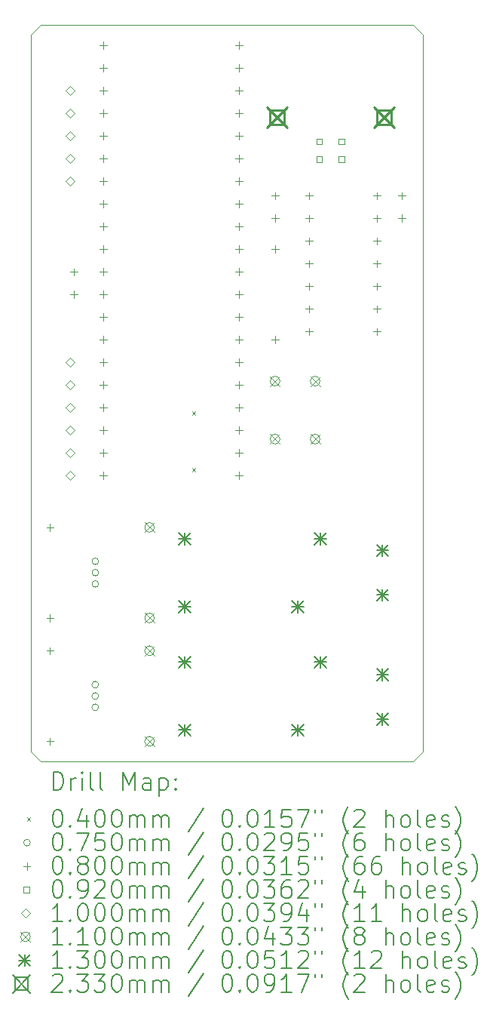
<source format=gbr>
%FSLAX45Y45*%
G04 Gerber Fmt 4.5, Leading zero omitted, Abs format (unit mm)*
G04 Created by KiCad (PCBNEW 6.0.0+dfsg1-2) date 2022-03-14 17:53:09*
%MOMM*%
%LPD*%
G01*
G04 APERTURE LIST*
%TA.AperFunction,Profile*%
%ADD10C,0.100000*%
%TD*%
%ADD11C,0.200000*%
%ADD12C,0.040000*%
%ADD13C,0.075000*%
%ADD14C,0.080000*%
%ADD15C,0.092000*%
%ADD16C,0.100000*%
%ADD17C,0.110000*%
%ADD18C,0.130000*%
%ADD19C,0.233000*%
G04 APERTURE END LIST*
D10*
X10845800Y-6502400D02*
X10960100Y-6616700D01*
X6667500Y-14770100D02*
X10845800Y-14770100D01*
X6553200Y-6616700D02*
X6553200Y-14655800D01*
X10960100Y-14655800D02*
X10845800Y-14770100D01*
X6667500Y-6502400D02*
X10845800Y-6502400D01*
X6553200Y-14655800D02*
X6667500Y-14770100D01*
X6553200Y-6616700D02*
X6667500Y-6502400D01*
X10960100Y-14655800D02*
X10960100Y-6616700D01*
D11*
D12*
X8362000Y-10838500D02*
X8402000Y-10878500D01*
X8402000Y-10838500D02*
X8362000Y-10878500D01*
X8362000Y-11473500D02*
X8402000Y-11513500D01*
X8402000Y-11473500D02*
X8362000Y-11513500D01*
D13*
X7314600Y-12522200D02*
G75*
G03*
X7314600Y-12522200I-37500J0D01*
G01*
X7314600Y-12649200D02*
G75*
G03*
X7314600Y-12649200I-37500J0D01*
G01*
X7314600Y-12776200D02*
G75*
G03*
X7314600Y-12776200I-37500J0D01*
G01*
X7314600Y-13906500D02*
G75*
G03*
X7314600Y-13906500I-37500J0D01*
G01*
X7314600Y-14033500D02*
G75*
G03*
X7314600Y-14033500I-37500J0D01*
G01*
X7314600Y-14160500D02*
G75*
G03*
X7314600Y-14160500I-37500J0D01*
G01*
D14*
X6769100Y-12101200D02*
X6769100Y-12181200D01*
X6729100Y-12141200D02*
X6809100Y-12141200D01*
X6769100Y-13117200D02*
X6769100Y-13197200D01*
X6729100Y-13157200D02*
X6809100Y-13157200D01*
X6769100Y-13485500D02*
X6769100Y-13565500D01*
X6729100Y-13525500D02*
X6809100Y-13525500D01*
X6769100Y-14501500D02*
X6769100Y-14581500D01*
X6729100Y-14541500D02*
X6809100Y-14541500D01*
X7035800Y-9235000D02*
X7035800Y-9315000D01*
X6995800Y-9275000D02*
X7075800Y-9275000D01*
X7035800Y-9485000D02*
X7035800Y-9565000D01*
X6995800Y-9525000D02*
X7075800Y-9525000D01*
X7366000Y-6691000D02*
X7366000Y-6771000D01*
X7326000Y-6731000D02*
X7406000Y-6731000D01*
X7366000Y-6945000D02*
X7366000Y-7025000D01*
X7326000Y-6985000D02*
X7406000Y-6985000D01*
X7366000Y-7199000D02*
X7366000Y-7279000D01*
X7326000Y-7239000D02*
X7406000Y-7239000D01*
X7366000Y-7453000D02*
X7366000Y-7533000D01*
X7326000Y-7493000D02*
X7406000Y-7493000D01*
X7366000Y-7707000D02*
X7366000Y-7787000D01*
X7326000Y-7747000D02*
X7406000Y-7747000D01*
X7366000Y-7961000D02*
X7366000Y-8041000D01*
X7326000Y-8001000D02*
X7406000Y-8001000D01*
X7366000Y-8215000D02*
X7366000Y-8295000D01*
X7326000Y-8255000D02*
X7406000Y-8255000D01*
X7366000Y-8469000D02*
X7366000Y-8549000D01*
X7326000Y-8509000D02*
X7406000Y-8509000D01*
X7366000Y-8723000D02*
X7366000Y-8803000D01*
X7326000Y-8763000D02*
X7406000Y-8763000D01*
X7366000Y-8977000D02*
X7366000Y-9057000D01*
X7326000Y-9017000D02*
X7406000Y-9017000D01*
X7366000Y-9231000D02*
X7366000Y-9311000D01*
X7326000Y-9271000D02*
X7406000Y-9271000D01*
X7366000Y-9485000D02*
X7366000Y-9565000D01*
X7326000Y-9525000D02*
X7406000Y-9525000D01*
X7366000Y-9739000D02*
X7366000Y-9819000D01*
X7326000Y-9779000D02*
X7406000Y-9779000D01*
X7366000Y-9993000D02*
X7366000Y-10073000D01*
X7326000Y-10033000D02*
X7406000Y-10033000D01*
X7366000Y-10247000D02*
X7366000Y-10327000D01*
X7326000Y-10287000D02*
X7406000Y-10287000D01*
X7366000Y-10501000D02*
X7366000Y-10581000D01*
X7326000Y-10541000D02*
X7406000Y-10541000D01*
X7366000Y-10755000D02*
X7366000Y-10835000D01*
X7326000Y-10795000D02*
X7406000Y-10795000D01*
X7366000Y-11009000D02*
X7366000Y-11089000D01*
X7326000Y-11049000D02*
X7406000Y-11049000D01*
X7366000Y-11263000D02*
X7366000Y-11343000D01*
X7326000Y-11303000D02*
X7406000Y-11303000D01*
X7366000Y-11517000D02*
X7366000Y-11597000D01*
X7326000Y-11557000D02*
X7406000Y-11557000D01*
X8890000Y-6691000D02*
X8890000Y-6771000D01*
X8850000Y-6731000D02*
X8930000Y-6731000D01*
X8890000Y-6945000D02*
X8890000Y-7025000D01*
X8850000Y-6985000D02*
X8930000Y-6985000D01*
X8890000Y-7199000D02*
X8890000Y-7279000D01*
X8850000Y-7239000D02*
X8930000Y-7239000D01*
X8890000Y-7453000D02*
X8890000Y-7533000D01*
X8850000Y-7493000D02*
X8930000Y-7493000D01*
X8890000Y-7707000D02*
X8890000Y-7787000D01*
X8850000Y-7747000D02*
X8930000Y-7747000D01*
X8890000Y-7961000D02*
X8890000Y-8041000D01*
X8850000Y-8001000D02*
X8930000Y-8001000D01*
X8890000Y-8215000D02*
X8890000Y-8295000D01*
X8850000Y-8255000D02*
X8930000Y-8255000D01*
X8890000Y-8469000D02*
X8890000Y-8549000D01*
X8850000Y-8509000D02*
X8930000Y-8509000D01*
X8890000Y-8723000D02*
X8890000Y-8803000D01*
X8850000Y-8763000D02*
X8930000Y-8763000D01*
X8890000Y-8977000D02*
X8890000Y-9057000D01*
X8850000Y-9017000D02*
X8930000Y-9017000D01*
X8890000Y-9231000D02*
X8890000Y-9311000D01*
X8850000Y-9271000D02*
X8930000Y-9271000D01*
X8890000Y-9485000D02*
X8890000Y-9565000D01*
X8850000Y-9525000D02*
X8930000Y-9525000D01*
X8890000Y-9739000D02*
X8890000Y-9819000D01*
X8850000Y-9779000D02*
X8930000Y-9779000D01*
X8890000Y-9993000D02*
X8890000Y-10073000D01*
X8850000Y-10033000D02*
X8930000Y-10033000D01*
X8890000Y-10247000D02*
X8890000Y-10327000D01*
X8850000Y-10287000D02*
X8930000Y-10287000D01*
X8890000Y-10501000D02*
X8890000Y-10581000D01*
X8850000Y-10541000D02*
X8930000Y-10541000D01*
X8890000Y-10755000D02*
X8890000Y-10835000D01*
X8850000Y-10795000D02*
X8930000Y-10795000D01*
X8890000Y-11009000D02*
X8890000Y-11089000D01*
X8850000Y-11049000D02*
X8930000Y-11049000D01*
X8890000Y-11263000D02*
X8890000Y-11343000D01*
X8850000Y-11303000D02*
X8930000Y-11303000D01*
X8890000Y-11517000D02*
X8890000Y-11597000D01*
X8850000Y-11557000D02*
X8930000Y-11557000D01*
X9296400Y-8380100D02*
X9296400Y-8460100D01*
X9256400Y-8420100D02*
X9336400Y-8420100D01*
X9296400Y-8630100D02*
X9296400Y-8710100D01*
X9256400Y-8670100D02*
X9336400Y-8670100D01*
X9296400Y-8977000D02*
X9296400Y-9057000D01*
X9256400Y-9017000D02*
X9336400Y-9017000D01*
X9296400Y-9993000D02*
X9296400Y-10073000D01*
X9256400Y-10033000D02*
X9336400Y-10033000D01*
X9677400Y-8380100D02*
X9677400Y-8460100D01*
X9637400Y-8420100D02*
X9717400Y-8420100D01*
X9677400Y-8634100D02*
X9677400Y-8714100D01*
X9637400Y-8674100D02*
X9717400Y-8674100D01*
X9677400Y-8888100D02*
X9677400Y-8968100D01*
X9637400Y-8928100D02*
X9717400Y-8928100D01*
X9677400Y-9142100D02*
X9677400Y-9222100D01*
X9637400Y-9182100D02*
X9717400Y-9182100D01*
X9677400Y-9396100D02*
X9677400Y-9476100D01*
X9637400Y-9436100D02*
X9717400Y-9436100D01*
X9677400Y-9650100D02*
X9677400Y-9730100D01*
X9637400Y-9690100D02*
X9717400Y-9690100D01*
X9677400Y-9904100D02*
X9677400Y-9984100D01*
X9637400Y-9944100D02*
X9717400Y-9944100D01*
X10439400Y-8380100D02*
X10439400Y-8460100D01*
X10399400Y-8420100D02*
X10479400Y-8420100D01*
X10439400Y-8634100D02*
X10439400Y-8714100D01*
X10399400Y-8674100D02*
X10479400Y-8674100D01*
X10439400Y-8888100D02*
X10439400Y-8968100D01*
X10399400Y-8928100D02*
X10479400Y-8928100D01*
X10439400Y-9142100D02*
X10439400Y-9222100D01*
X10399400Y-9182100D02*
X10479400Y-9182100D01*
X10439400Y-9396100D02*
X10439400Y-9476100D01*
X10399400Y-9436100D02*
X10479400Y-9436100D01*
X10439400Y-9650100D02*
X10439400Y-9730100D01*
X10399400Y-9690100D02*
X10479400Y-9690100D01*
X10439400Y-9904100D02*
X10439400Y-9984100D01*
X10399400Y-9944100D02*
X10479400Y-9944100D01*
X10718800Y-8380100D02*
X10718800Y-8460100D01*
X10678800Y-8420100D02*
X10758800Y-8420100D01*
X10718800Y-8630100D02*
X10718800Y-8710100D01*
X10678800Y-8670100D02*
X10758800Y-8670100D01*
D15*
X9826227Y-7843577D02*
X9826227Y-7778523D01*
X9761173Y-7778523D01*
X9761173Y-7843577D01*
X9826227Y-7843577D01*
X9826227Y-8043577D02*
X9826227Y-7978523D01*
X9761173Y-7978523D01*
X9761173Y-8043577D01*
X9826227Y-8043577D01*
X10076227Y-7843577D02*
X10076227Y-7778523D01*
X10011173Y-7778523D01*
X10011173Y-7843577D01*
X10076227Y-7843577D01*
X10076227Y-8043577D02*
X10076227Y-7978523D01*
X10011173Y-7978523D01*
X10011173Y-8043577D01*
X10076227Y-8043577D01*
D16*
X6997700Y-7289000D02*
X7047700Y-7239000D01*
X6997700Y-7189000D01*
X6947700Y-7239000D01*
X6997700Y-7289000D01*
X6997700Y-7543000D02*
X7047700Y-7493000D01*
X6997700Y-7443000D01*
X6947700Y-7493000D01*
X6997700Y-7543000D01*
X6997700Y-7797000D02*
X7047700Y-7747000D01*
X6997700Y-7697000D01*
X6947700Y-7747000D01*
X6997700Y-7797000D01*
X6997700Y-8051000D02*
X7047700Y-8001000D01*
X6997700Y-7951000D01*
X6947700Y-8001000D01*
X6997700Y-8051000D01*
X6997700Y-8305000D02*
X7047700Y-8255000D01*
X6997700Y-8205000D01*
X6947700Y-8255000D01*
X6997700Y-8305000D01*
X6997700Y-10337000D02*
X7047700Y-10287000D01*
X6997700Y-10237000D01*
X6947700Y-10287000D01*
X6997700Y-10337000D01*
X6997700Y-10591000D02*
X7047700Y-10541000D01*
X6997700Y-10491000D01*
X6947700Y-10541000D01*
X6997700Y-10591000D01*
X6997700Y-10845000D02*
X7047700Y-10795000D01*
X6997700Y-10745000D01*
X6947700Y-10795000D01*
X6997700Y-10845000D01*
X6997700Y-11099000D02*
X7047700Y-11049000D01*
X6997700Y-10999000D01*
X6947700Y-11049000D01*
X6997700Y-11099000D01*
X6997700Y-11353000D02*
X7047700Y-11303000D01*
X6997700Y-11253000D01*
X6947700Y-11303000D01*
X6997700Y-11353000D01*
X6997700Y-11607000D02*
X7047700Y-11557000D01*
X6997700Y-11507000D01*
X6947700Y-11557000D01*
X6997700Y-11607000D01*
D17*
X7831700Y-12086200D02*
X7941700Y-12196200D01*
X7941700Y-12086200D02*
X7831700Y-12196200D01*
X7941700Y-12141200D02*
G75*
G03*
X7941700Y-12141200I-55000J0D01*
G01*
X7831700Y-13102200D02*
X7941700Y-13212200D01*
X7941700Y-13102200D02*
X7831700Y-13212200D01*
X7941700Y-13157200D02*
G75*
G03*
X7941700Y-13157200I-55000J0D01*
G01*
X7831700Y-13470500D02*
X7941700Y-13580500D01*
X7941700Y-13470500D02*
X7831700Y-13580500D01*
X7941700Y-13525500D02*
G75*
G03*
X7941700Y-13525500I-55000J0D01*
G01*
X7831700Y-14486500D02*
X7941700Y-14596500D01*
X7941700Y-14486500D02*
X7831700Y-14596500D01*
X7941700Y-14541500D02*
G75*
G03*
X7941700Y-14541500I-55000J0D01*
G01*
X9241400Y-10445600D02*
X9351400Y-10555600D01*
X9351400Y-10445600D02*
X9241400Y-10555600D01*
X9351400Y-10500600D02*
G75*
G03*
X9351400Y-10500600I-55000J0D01*
G01*
X9241400Y-11095600D02*
X9351400Y-11205600D01*
X9351400Y-11095600D02*
X9241400Y-11205600D01*
X9351400Y-11150600D02*
G75*
G03*
X9351400Y-11150600I-55000J0D01*
G01*
X9691400Y-10445600D02*
X9801400Y-10555600D01*
X9801400Y-10445600D02*
X9691400Y-10555600D01*
X9801400Y-10500600D02*
G75*
G03*
X9801400Y-10500600I-55000J0D01*
G01*
X9691400Y-11095600D02*
X9801400Y-11205600D01*
X9801400Y-11095600D02*
X9691400Y-11205600D01*
X9801400Y-11150600D02*
G75*
G03*
X9801400Y-11150600I-55000J0D01*
G01*
D18*
X8215400Y-12203200D02*
X8345400Y-12333200D01*
X8345400Y-12203200D02*
X8215400Y-12333200D01*
X8280400Y-12203200D02*
X8280400Y-12333200D01*
X8215400Y-12268200D02*
X8345400Y-12268200D01*
X8215400Y-12965200D02*
X8345400Y-13095200D01*
X8345400Y-12965200D02*
X8215400Y-13095200D01*
X8280400Y-12965200D02*
X8280400Y-13095200D01*
X8215400Y-13030200D02*
X8345400Y-13030200D01*
X8215400Y-13587500D02*
X8345400Y-13717500D01*
X8345400Y-13587500D02*
X8215400Y-13717500D01*
X8280400Y-13587500D02*
X8280400Y-13717500D01*
X8215400Y-13652500D02*
X8345400Y-13652500D01*
X8215400Y-14349500D02*
X8345400Y-14479500D01*
X8345400Y-14349500D02*
X8215400Y-14479500D01*
X8280400Y-14349500D02*
X8280400Y-14479500D01*
X8215400Y-14414500D02*
X8345400Y-14414500D01*
X9485400Y-12965200D02*
X9615400Y-13095200D01*
X9615400Y-12965200D02*
X9485400Y-13095200D01*
X9550400Y-12965200D02*
X9550400Y-13095200D01*
X9485400Y-13030200D02*
X9615400Y-13030200D01*
X9485400Y-14349500D02*
X9615400Y-14479500D01*
X9615400Y-14349500D02*
X9485400Y-14479500D01*
X9550400Y-14349500D02*
X9550400Y-14479500D01*
X9485400Y-14414500D02*
X9615400Y-14414500D01*
X9739400Y-12203200D02*
X9869400Y-12333200D01*
X9869400Y-12203200D02*
X9739400Y-12333200D01*
X9804400Y-12203200D02*
X9804400Y-12333200D01*
X9739400Y-12268200D02*
X9869400Y-12268200D01*
X9739400Y-13587500D02*
X9869400Y-13717500D01*
X9869400Y-13587500D02*
X9739400Y-13717500D01*
X9804400Y-13587500D02*
X9804400Y-13717500D01*
X9739400Y-13652500D02*
X9869400Y-13652500D01*
X10437900Y-12334200D02*
X10567900Y-12464200D01*
X10567900Y-12334200D02*
X10437900Y-12464200D01*
X10502900Y-12334200D02*
X10502900Y-12464200D01*
X10437900Y-12399200D02*
X10567900Y-12399200D01*
X10437900Y-12834200D02*
X10567900Y-12964200D01*
X10567900Y-12834200D02*
X10437900Y-12964200D01*
X10502900Y-12834200D02*
X10502900Y-12964200D01*
X10437900Y-12899200D02*
X10567900Y-12899200D01*
X10437900Y-13727200D02*
X10567900Y-13857200D01*
X10567900Y-13727200D02*
X10437900Y-13857200D01*
X10502900Y-13727200D02*
X10502900Y-13857200D01*
X10437900Y-13792200D02*
X10567900Y-13792200D01*
X10437900Y-14227200D02*
X10567900Y-14357200D01*
X10567900Y-14227200D02*
X10437900Y-14357200D01*
X10502900Y-14227200D02*
X10502900Y-14357200D01*
X10437900Y-14292200D02*
X10567900Y-14292200D01*
D19*
X9200200Y-7423550D02*
X9433200Y-7656550D01*
X9433200Y-7423550D02*
X9200200Y-7656550D01*
X9399079Y-7622429D02*
X9399079Y-7457671D01*
X9234321Y-7457671D01*
X9234321Y-7622429D01*
X9399079Y-7622429D01*
X10404200Y-7423550D02*
X10637200Y-7656550D01*
X10637200Y-7423550D02*
X10404200Y-7656550D01*
X10603079Y-7622429D02*
X10603079Y-7457671D01*
X10438321Y-7457671D01*
X10438321Y-7622429D01*
X10603079Y-7622429D01*
D11*
X6805819Y-15085576D02*
X6805819Y-14885576D01*
X6853438Y-14885576D01*
X6882009Y-14895100D01*
X6901057Y-14914148D01*
X6910581Y-14933195D01*
X6920105Y-14971290D01*
X6920105Y-14999862D01*
X6910581Y-15037957D01*
X6901057Y-15057005D01*
X6882009Y-15076052D01*
X6853438Y-15085576D01*
X6805819Y-15085576D01*
X7005819Y-15085576D02*
X7005819Y-14952243D01*
X7005819Y-14990338D02*
X7015343Y-14971290D01*
X7024867Y-14961767D01*
X7043914Y-14952243D01*
X7062962Y-14952243D01*
X7129628Y-15085576D02*
X7129628Y-14952243D01*
X7129628Y-14885576D02*
X7120105Y-14895100D01*
X7129628Y-14904624D01*
X7139152Y-14895100D01*
X7129628Y-14885576D01*
X7129628Y-14904624D01*
X7253438Y-15085576D02*
X7234390Y-15076052D01*
X7224867Y-15057005D01*
X7224867Y-14885576D01*
X7358200Y-15085576D02*
X7339152Y-15076052D01*
X7329628Y-15057005D01*
X7329628Y-14885576D01*
X7586771Y-15085576D02*
X7586771Y-14885576D01*
X7653438Y-15028433D01*
X7720105Y-14885576D01*
X7720105Y-15085576D01*
X7901057Y-15085576D02*
X7901057Y-14980814D01*
X7891533Y-14961767D01*
X7872486Y-14952243D01*
X7834390Y-14952243D01*
X7815343Y-14961767D01*
X7901057Y-15076052D02*
X7882009Y-15085576D01*
X7834390Y-15085576D01*
X7815343Y-15076052D01*
X7805819Y-15057005D01*
X7805819Y-15037957D01*
X7815343Y-15018909D01*
X7834390Y-15009386D01*
X7882009Y-15009386D01*
X7901057Y-14999862D01*
X7996295Y-14952243D02*
X7996295Y-15152243D01*
X7996295Y-14961767D02*
X8015343Y-14952243D01*
X8053438Y-14952243D01*
X8072486Y-14961767D01*
X8082009Y-14971290D01*
X8091533Y-14990338D01*
X8091533Y-15047481D01*
X8082009Y-15066528D01*
X8072486Y-15076052D01*
X8053438Y-15085576D01*
X8015343Y-15085576D01*
X7996295Y-15076052D01*
X8177248Y-15066528D02*
X8186771Y-15076052D01*
X8177248Y-15085576D01*
X8167724Y-15076052D01*
X8177248Y-15066528D01*
X8177248Y-15085576D01*
X8177248Y-14961767D02*
X8186771Y-14971290D01*
X8177248Y-14980814D01*
X8167724Y-14971290D01*
X8177248Y-14961767D01*
X8177248Y-14980814D01*
D12*
X6508200Y-15395100D02*
X6548200Y-15435100D01*
X6548200Y-15395100D02*
X6508200Y-15435100D01*
D11*
X6843914Y-15305576D02*
X6862962Y-15305576D01*
X6882009Y-15315100D01*
X6891533Y-15324624D01*
X6901057Y-15343671D01*
X6910581Y-15381767D01*
X6910581Y-15429386D01*
X6901057Y-15467481D01*
X6891533Y-15486528D01*
X6882009Y-15496052D01*
X6862962Y-15505576D01*
X6843914Y-15505576D01*
X6824867Y-15496052D01*
X6815343Y-15486528D01*
X6805819Y-15467481D01*
X6796295Y-15429386D01*
X6796295Y-15381767D01*
X6805819Y-15343671D01*
X6815343Y-15324624D01*
X6824867Y-15315100D01*
X6843914Y-15305576D01*
X6996295Y-15486528D02*
X7005819Y-15496052D01*
X6996295Y-15505576D01*
X6986771Y-15496052D01*
X6996295Y-15486528D01*
X6996295Y-15505576D01*
X7177248Y-15372243D02*
X7177248Y-15505576D01*
X7129628Y-15296052D02*
X7082009Y-15438909D01*
X7205819Y-15438909D01*
X7320105Y-15305576D02*
X7339152Y-15305576D01*
X7358200Y-15315100D01*
X7367724Y-15324624D01*
X7377248Y-15343671D01*
X7386771Y-15381767D01*
X7386771Y-15429386D01*
X7377248Y-15467481D01*
X7367724Y-15486528D01*
X7358200Y-15496052D01*
X7339152Y-15505576D01*
X7320105Y-15505576D01*
X7301057Y-15496052D01*
X7291533Y-15486528D01*
X7282009Y-15467481D01*
X7272486Y-15429386D01*
X7272486Y-15381767D01*
X7282009Y-15343671D01*
X7291533Y-15324624D01*
X7301057Y-15315100D01*
X7320105Y-15305576D01*
X7510581Y-15305576D02*
X7529628Y-15305576D01*
X7548676Y-15315100D01*
X7558200Y-15324624D01*
X7567724Y-15343671D01*
X7577248Y-15381767D01*
X7577248Y-15429386D01*
X7567724Y-15467481D01*
X7558200Y-15486528D01*
X7548676Y-15496052D01*
X7529628Y-15505576D01*
X7510581Y-15505576D01*
X7491533Y-15496052D01*
X7482009Y-15486528D01*
X7472486Y-15467481D01*
X7462962Y-15429386D01*
X7462962Y-15381767D01*
X7472486Y-15343671D01*
X7482009Y-15324624D01*
X7491533Y-15315100D01*
X7510581Y-15305576D01*
X7662962Y-15505576D02*
X7662962Y-15372243D01*
X7662962Y-15391290D02*
X7672486Y-15381767D01*
X7691533Y-15372243D01*
X7720105Y-15372243D01*
X7739152Y-15381767D01*
X7748676Y-15400814D01*
X7748676Y-15505576D01*
X7748676Y-15400814D02*
X7758200Y-15381767D01*
X7777248Y-15372243D01*
X7805819Y-15372243D01*
X7824867Y-15381767D01*
X7834390Y-15400814D01*
X7834390Y-15505576D01*
X7929628Y-15505576D02*
X7929628Y-15372243D01*
X7929628Y-15391290D02*
X7939152Y-15381767D01*
X7958200Y-15372243D01*
X7986771Y-15372243D01*
X8005819Y-15381767D01*
X8015343Y-15400814D01*
X8015343Y-15505576D01*
X8015343Y-15400814D02*
X8024867Y-15381767D01*
X8043914Y-15372243D01*
X8072486Y-15372243D01*
X8091533Y-15381767D01*
X8101057Y-15400814D01*
X8101057Y-15505576D01*
X8491533Y-15296052D02*
X8320105Y-15553195D01*
X8748676Y-15305576D02*
X8767724Y-15305576D01*
X8786771Y-15315100D01*
X8796295Y-15324624D01*
X8805819Y-15343671D01*
X8815343Y-15381767D01*
X8815343Y-15429386D01*
X8805819Y-15467481D01*
X8796295Y-15486528D01*
X8786771Y-15496052D01*
X8767724Y-15505576D01*
X8748676Y-15505576D01*
X8729629Y-15496052D01*
X8720105Y-15486528D01*
X8710581Y-15467481D01*
X8701057Y-15429386D01*
X8701057Y-15381767D01*
X8710581Y-15343671D01*
X8720105Y-15324624D01*
X8729629Y-15315100D01*
X8748676Y-15305576D01*
X8901057Y-15486528D02*
X8910581Y-15496052D01*
X8901057Y-15505576D01*
X8891533Y-15496052D01*
X8901057Y-15486528D01*
X8901057Y-15505576D01*
X9034390Y-15305576D02*
X9053438Y-15305576D01*
X9072486Y-15315100D01*
X9082010Y-15324624D01*
X9091533Y-15343671D01*
X9101057Y-15381767D01*
X9101057Y-15429386D01*
X9091533Y-15467481D01*
X9082010Y-15486528D01*
X9072486Y-15496052D01*
X9053438Y-15505576D01*
X9034390Y-15505576D01*
X9015343Y-15496052D01*
X9005819Y-15486528D01*
X8996295Y-15467481D01*
X8986771Y-15429386D01*
X8986771Y-15381767D01*
X8996295Y-15343671D01*
X9005819Y-15324624D01*
X9015343Y-15315100D01*
X9034390Y-15305576D01*
X9291533Y-15505576D02*
X9177248Y-15505576D01*
X9234390Y-15505576D02*
X9234390Y-15305576D01*
X9215343Y-15334148D01*
X9196295Y-15353195D01*
X9177248Y-15362719D01*
X9472486Y-15305576D02*
X9377248Y-15305576D01*
X9367724Y-15400814D01*
X9377248Y-15391290D01*
X9396295Y-15381767D01*
X9443914Y-15381767D01*
X9462962Y-15391290D01*
X9472486Y-15400814D01*
X9482010Y-15419862D01*
X9482010Y-15467481D01*
X9472486Y-15486528D01*
X9462962Y-15496052D01*
X9443914Y-15505576D01*
X9396295Y-15505576D01*
X9377248Y-15496052D01*
X9367724Y-15486528D01*
X9548676Y-15305576D02*
X9682010Y-15305576D01*
X9596295Y-15505576D01*
X9748676Y-15305576D02*
X9748676Y-15343671D01*
X9824867Y-15305576D02*
X9824867Y-15343671D01*
X10120105Y-15581767D02*
X10110581Y-15572243D01*
X10091533Y-15543671D01*
X10082010Y-15524624D01*
X10072486Y-15496052D01*
X10062962Y-15448433D01*
X10062962Y-15410338D01*
X10072486Y-15362719D01*
X10082010Y-15334148D01*
X10091533Y-15315100D01*
X10110581Y-15286528D01*
X10120105Y-15277005D01*
X10186771Y-15324624D02*
X10196295Y-15315100D01*
X10215343Y-15305576D01*
X10262962Y-15305576D01*
X10282010Y-15315100D01*
X10291533Y-15324624D01*
X10301057Y-15343671D01*
X10301057Y-15362719D01*
X10291533Y-15391290D01*
X10177248Y-15505576D01*
X10301057Y-15505576D01*
X10539152Y-15505576D02*
X10539152Y-15305576D01*
X10624867Y-15505576D02*
X10624867Y-15400814D01*
X10615343Y-15381767D01*
X10596295Y-15372243D01*
X10567724Y-15372243D01*
X10548676Y-15381767D01*
X10539152Y-15391290D01*
X10748676Y-15505576D02*
X10729629Y-15496052D01*
X10720105Y-15486528D01*
X10710581Y-15467481D01*
X10710581Y-15410338D01*
X10720105Y-15391290D01*
X10729629Y-15381767D01*
X10748676Y-15372243D01*
X10777248Y-15372243D01*
X10796295Y-15381767D01*
X10805819Y-15391290D01*
X10815343Y-15410338D01*
X10815343Y-15467481D01*
X10805819Y-15486528D01*
X10796295Y-15496052D01*
X10777248Y-15505576D01*
X10748676Y-15505576D01*
X10929629Y-15505576D02*
X10910581Y-15496052D01*
X10901057Y-15477005D01*
X10901057Y-15305576D01*
X11082010Y-15496052D02*
X11062962Y-15505576D01*
X11024867Y-15505576D01*
X11005819Y-15496052D01*
X10996295Y-15477005D01*
X10996295Y-15400814D01*
X11005819Y-15381767D01*
X11024867Y-15372243D01*
X11062962Y-15372243D01*
X11082010Y-15381767D01*
X11091533Y-15400814D01*
X11091533Y-15419862D01*
X10996295Y-15438909D01*
X11167724Y-15496052D02*
X11186771Y-15505576D01*
X11224867Y-15505576D01*
X11243914Y-15496052D01*
X11253438Y-15477005D01*
X11253438Y-15467481D01*
X11243914Y-15448433D01*
X11224867Y-15438909D01*
X11196295Y-15438909D01*
X11177248Y-15429386D01*
X11167724Y-15410338D01*
X11167724Y-15400814D01*
X11177248Y-15381767D01*
X11196295Y-15372243D01*
X11224867Y-15372243D01*
X11243914Y-15381767D01*
X11320105Y-15581767D02*
X11329628Y-15572243D01*
X11348676Y-15543671D01*
X11358200Y-15524624D01*
X11367724Y-15496052D01*
X11377248Y-15448433D01*
X11377248Y-15410338D01*
X11367724Y-15362719D01*
X11358200Y-15334148D01*
X11348676Y-15315100D01*
X11329628Y-15286528D01*
X11320105Y-15277005D01*
D13*
X6548200Y-15679100D02*
G75*
G03*
X6548200Y-15679100I-37500J0D01*
G01*
D11*
X6843914Y-15569576D02*
X6862962Y-15569576D01*
X6882009Y-15579100D01*
X6891533Y-15588624D01*
X6901057Y-15607671D01*
X6910581Y-15645767D01*
X6910581Y-15693386D01*
X6901057Y-15731481D01*
X6891533Y-15750528D01*
X6882009Y-15760052D01*
X6862962Y-15769576D01*
X6843914Y-15769576D01*
X6824867Y-15760052D01*
X6815343Y-15750528D01*
X6805819Y-15731481D01*
X6796295Y-15693386D01*
X6796295Y-15645767D01*
X6805819Y-15607671D01*
X6815343Y-15588624D01*
X6824867Y-15579100D01*
X6843914Y-15569576D01*
X6996295Y-15750528D02*
X7005819Y-15760052D01*
X6996295Y-15769576D01*
X6986771Y-15760052D01*
X6996295Y-15750528D01*
X6996295Y-15769576D01*
X7072486Y-15569576D02*
X7205819Y-15569576D01*
X7120105Y-15769576D01*
X7377248Y-15569576D02*
X7282009Y-15569576D01*
X7272486Y-15664814D01*
X7282009Y-15655290D01*
X7301057Y-15645767D01*
X7348676Y-15645767D01*
X7367724Y-15655290D01*
X7377248Y-15664814D01*
X7386771Y-15683862D01*
X7386771Y-15731481D01*
X7377248Y-15750528D01*
X7367724Y-15760052D01*
X7348676Y-15769576D01*
X7301057Y-15769576D01*
X7282009Y-15760052D01*
X7272486Y-15750528D01*
X7510581Y-15569576D02*
X7529628Y-15569576D01*
X7548676Y-15579100D01*
X7558200Y-15588624D01*
X7567724Y-15607671D01*
X7577248Y-15645767D01*
X7577248Y-15693386D01*
X7567724Y-15731481D01*
X7558200Y-15750528D01*
X7548676Y-15760052D01*
X7529628Y-15769576D01*
X7510581Y-15769576D01*
X7491533Y-15760052D01*
X7482009Y-15750528D01*
X7472486Y-15731481D01*
X7462962Y-15693386D01*
X7462962Y-15645767D01*
X7472486Y-15607671D01*
X7482009Y-15588624D01*
X7491533Y-15579100D01*
X7510581Y-15569576D01*
X7662962Y-15769576D02*
X7662962Y-15636243D01*
X7662962Y-15655290D02*
X7672486Y-15645767D01*
X7691533Y-15636243D01*
X7720105Y-15636243D01*
X7739152Y-15645767D01*
X7748676Y-15664814D01*
X7748676Y-15769576D01*
X7748676Y-15664814D02*
X7758200Y-15645767D01*
X7777248Y-15636243D01*
X7805819Y-15636243D01*
X7824867Y-15645767D01*
X7834390Y-15664814D01*
X7834390Y-15769576D01*
X7929628Y-15769576D02*
X7929628Y-15636243D01*
X7929628Y-15655290D02*
X7939152Y-15645767D01*
X7958200Y-15636243D01*
X7986771Y-15636243D01*
X8005819Y-15645767D01*
X8015343Y-15664814D01*
X8015343Y-15769576D01*
X8015343Y-15664814D02*
X8024867Y-15645767D01*
X8043914Y-15636243D01*
X8072486Y-15636243D01*
X8091533Y-15645767D01*
X8101057Y-15664814D01*
X8101057Y-15769576D01*
X8491533Y-15560052D02*
X8320105Y-15817195D01*
X8748676Y-15569576D02*
X8767724Y-15569576D01*
X8786771Y-15579100D01*
X8796295Y-15588624D01*
X8805819Y-15607671D01*
X8815343Y-15645767D01*
X8815343Y-15693386D01*
X8805819Y-15731481D01*
X8796295Y-15750528D01*
X8786771Y-15760052D01*
X8767724Y-15769576D01*
X8748676Y-15769576D01*
X8729629Y-15760052D01*
X8720105Y-15750528D01*
X8710581Y-15731481D01*
X8701057Y-15693386D01*
X8701057Y-15645767D01*
X8710581Y-15607671D01*
X8720105Y-15588624D01*
X8729629Y-15579100D01*
X8748676Y-15569576D01*
X8901057Y-15750528D02*
X8910581Y-15760052D01*
X8901057Y-15769576D01*
X8891533Y-15760052D01*
X8901057Y-15750528D01*
X8901057Y-15769576D01*
X9034390Y-15569576D02*
X9053438Y-15569576D01*
X9072486Y-15579100D01*
X9082010Y-15588624D01*
X9091533Y-15607671D01*
X9101057Y-15645767D01*
X9101057Y-15693386D01*
X9091533Y-15731481D01*
X9082010Y-15750528D01*
X9072486Y-15760052D01*
X9053438Y-15769576D01*
X9034390Y-15769576D01*
X9015343Y-15760052D01*
X9005819Y-15750528D01*
X8996295Y-15731481D01*
X8986771Y-15693386D01*
X8986771Y-15645767D01*
X8996295Y-15607671D01*
X9005819Y-15588624D01*
X9015343Y-15579100D01*
X9034390Y-15569576D01*
X9177248Y-15588624D02*
X9186771Y-15579100D01*
X9205819Y-15569576D01*
X9253438Y-15569576D01*
X9272486Y-15579100D01*
X9282010Y-15588624D01*
X9291533Y-15607671D01*
X9291533Y-15626719D01*
X9282010Y-15655290D01*
X9167724Y-15769576D01*
X9291533Y-15769576D01*
X9386771Y-15769576D02*
X9424867Y-15769576D01*
X9443914Y-15760052D01*
X9453438Y-15750528D01*
X9472486Y-15721957D01*
X9482010Y-15683862D01*
X9482010Y-15607671D01*
X9472486Y-15588624D01*
X9462962Y-15579100D01*
X9443914Y-15569576D01*
X9405819Y-15569576D01*
X9386771Y-15579100D01*
X9377248Y-15588624D01*
X9367724Y-15607671D01*
X9367724Y-15655290D01*
X9377248Y-15674338D01*
X9386771Y-15683862D01*
X9405819Y-15693386D01*
X9443914Y-15693386D01*
X9462962Y-15683862D01*
X9472486Y-15674338D01*
X9482010Y-15655290D01*
X9662962Y-15569576D02*
X9567724Y-15569576D01*
X9558200Y-15664814D01*
X9567724Y-15655290D01*
X9586771Y-15645767D01*
X9634390Y-15645767D01*
X9653438Y-15655290D01*
X9662962Y-15664814D01*
X9672486Y-15683862D01*
X9672486Y-15731481D01*
X9662962Y-15750528D01*
X9653438Y-15760052D01*
X9634390Y-15769576D01*
X9586771Y-15769576D01*
X9567724Y-15760052D01*
X9558200Y-15750528D01*
X9748676Y-15569576D02*
X9748676Y-15607671D01*
X9824867Y-15569576D02*
X9824867Y-15607671D01*
X10120105Y-15845767D02*
X10110581Y-15836243D01*
X10091533Y-15807671D01*
X10082010Y-15788624D01*
X10072486Y-15760052D01*
X10062962Y-15712433D01*
X10062962Y-15674338D01*
X10072486Y-15626719D01*
X10082010Y-15598148D01*
X10091533Y-15579100D01*
X10110581Y-15550528D01*
X10120105Y-15541005D01*
X10282010Y-15569576D02*
X10243914Y-15569576D01*
X10224867Y-15579100D01*
X10215343Y-15588624D01*
X10196295Y-15617195D01*
X10186771Y-15655290D01*
X10186771Y-15731481D01*
X10196295Y-15750528D01*
X10205819Y-15760052D01*
X10224867Y-15769576D01*
X10262962Y-15769576D01*
X10282010Y-15760052D01*
X10291533Y-15750528D01*
X10301057Y-15731481D01*
X10301057Y-15683862D01*
X10291533Y-15664814D01*
X10282010Y-15655290D01*
X10262962Y-15645767D01*
X10224867Y-15645767D01*
X10205819Y-15655290D01*
X10196295Y-15664814D01*
X10186771Y-15683862D01*
X10539152Y-15769576D02*
X10539152Y-15569576D01*
X10624867Y-15769576D02*
X10624867Y-15664814D01*
X10615343Y-15645767D01*
X10596295Y-15636243D01*
X10567724Y-15636243D01*
X10548676Y-15645767D01*
X10539152Y-15655290D01*
X10748676Y-15769576D02*
X10729629Y-15760052D01*
X10720105Y-15750528D01*
X10710581Y-15731481D01*
X10710581Y-15674338D01*
X10720105Y-15655290D01*
X10729629Y-15645767D01*
X10748676Y-15636243D01*
X10777248Y-15636243D01*
X10796295Y-15645767D01*
X10805819Y-15655290D01*
X10815343Y-15674338D01*
X10815343Y-15731481D01*
X10805819Y-15750528D01*
X10796295Y-15760052D01*
X10777248Y-15769576D01*
X10748676Y-15769576D01*
X10929629Y-15769576D02*
X10910581Y-15760052D01*
X10901057Y-15741005D01*
X10901057Y-15569576D01*
X11082010Y-15760052D02*
X11062962Y-15769576D01*
X11024867Y-15769576D01*
X11005819Y-15760052D01*
X10996295Y-15741005D01*
X10996295Y-15664814D01*
X11005819Y-15645767D01*
X11024867Y-15636243D01*
X11062962Y-15636243D01*
X11082010Y-15645767D01*
X11091533Y-15664814D01*
X11091533Y-15683862D01*
X10996295Y-15702909D01*
X11167724Y-15760052D02*
X11186771Y-15769576D01*
X11224867Y-15769576D01*
X11243914Y-15760052D01*
X11253438Y-15741005D01*
X11253438Y-15731481D01*
X11243914Y-15712433D01*
X11224867Y-15702909D01*
X11196295Y-15702909D01*
X11177248Y-15693386D01*
X11167724Y-15674338D01*
X11167724Y-15664814D01*
X11177248Y-15645767D01*
X11196295Y-15636243D01*
X11224867Y-15636243D01*
X11243914Y-15645767D01*
X11320105Y-15845767D02*
X11329628Y-15836243D01*
X11348676Y-15807671D01*
X11358200Y-15788624D01*
X11367724Y-15760052D01*
X11377248Y-15712433D01*
X11377248Y-15674338D01*
X11367724Y-15626719D01*
X11358200Y-15598148D01*
X11348676Y-15579100D01*
X11329628Y-15550528D01*
X11320105Y-15541005D01*
D14*
X6508200Y-15903100D02*
X6508200Y-15983100D01*
X6468200Y-15943100D02*
X6548200Y-15943100D01*
D11*
X6843914Y-15833576D02*
X6862962Y-15833576D01*
X6882009Y-15843100D01*
X6891533Y-15852624D01*
X6901057Y-15871671D01*
X6910581Y-15909767D01*
X6910581Y-15957386D01*
X6901057Y-15995481D01*
X6891533Y-16014528D01*
X6882009Y-16024052D01*
X6862962Y-16033576D01*
X6843914Y-16033576D01*
X6824867Y-16024052D01*
X6815343Y-16014528D01*
X6805819Y-15995481D01*
X6796295Y-15957386D01*
X6796295Y-15909767D01*
X6805819Y-15871671D01*
X6815343Y-15852624D01*
X6824867Y-15843100D01*
X6843914Y-15833576D01*
X6996295Y-16014528D02*
X7005819Y-16024052D01*
X6996295Y-16033576D01*
X6986771Y-16024052D01*
X6996295Y-16014528D01*
X6996295Y-16033576D01*
X7120105Y-15919290D02*
X7101057Y-15909767D01*
X7091533Y-15900243D01*
X7082009Y-15881195D01*
X7082009Y-15871671D01*
X7091533Y-15852624D01*
X7101057Y-15843100D01*
X7120105Y-15833576D01*
X7158200Y-15833576D01*
X7177248Y-15843100D01*
X7186771Y-15852624D01*
X7196295Y-15871671D01*
X7196295Y-15881195D01*
X7186771Y-15900243D01*
X7177248Y-15909767D01*
X7158200Y-15919290D01*
X7120105Y-15919290D01*
X7101057Y-15928814D01*
X7091533Y-15938338D01*
X7082009Y-15957386D01*
X7082009Y-15995481D01*
X7091533Y-16014528D01*
X7101057Y-16024052D01*
X7120105Y-16033576D01*
X7158200Y-16033576D01*
X7177248Y-16024052D01*
X7186771Y-16014528D01*
X7196295Y-15995481D01*
X7196295Y-15957386D01*
X7186771Y-15938338D01*
X7177248Y-15928814D01*
X7158200Y-15919290D01*
X7320105Y-15833576D02*
X7339152Y-15833576D01*
X7358200Y-15843100D01*
X7367724Y-15852624D01*
X7377248Y-15871671D01*
X7386771Y-15909767D01*
X7386771Y-15957386D01*
X7377248Y-15995481D01*
X7367724Y-16014528D01*
X7358200Y-16024052D01*
X7339152Y-16033576D01*
X7320105Y-16033576D01*
X7301057Y-16024052D01*
X7291533Y-16014528D01*
X7282009Y-15995481D01*
X7272486Y-15957386D01*
X7272486Y-15909767D01*
X7282009Y-15871671D01*
X7291533Y-15852624D01*
X7301057Y-15843100D01*
X7320105Y-15833576D01*
X7510581Y-15833576D02*
X7529628Y-15833576D01*
X7548676Y-15843100D01*
X7558200Y-15852624D01*
X7567724Y-15871671D01*
X7577248Y-15909767D01*
X7577248Y-15957386D01*
X7567724Y-15995481D01*
X7558200Y-16014528D01*
X7548676Y-16024052D01*
X7529628Y-16033576D01*
X7510581Y-16033576D01*
X7491533Y-16024052D01*
X7482009Y-16014528D01*
X7472486Y-15995481D01*
X7462962Y-15957386D01*
X7462962Y-15909767D01*
X7472486Y-15871671D01*
X7482009Y-15852624D01*
X7491533Y-15843100D01*
X7510581Y-15833576D01*
X7662962Y-16033576D02*
X7662962Y-15900243D01*
X7662962Y-15919290D02*
X7672486Y-15909767D01*
X7691533Y-15900243D01*
X7720105Y-15900243D01*
X7739152Y-15909767D01*
X7748676Y-15928814D01*
X7748676Y-16033576D01*
X7748676Y-15928814D02*
X7758200Y-15909767D01*
X7777248Y-15900243D01*
X7805819Y-15900243D01*
X7824867Y-15909767D01*
X7834390Y-15928814D01*
X7834390Y-16033576D01*
X7929628Y-16033576D02*
X7929628Y-15900243D01*
X7929628Y-15919290D02*
X7939152Y-15909767D01*
X7958200Y-15900243D01*
X7986771Y-15900243D01*
X8005819Y-15909767D01*
X8015343Y-15928814D01*
X8015343Y-16033576D01*
X8015343Y-15928814D02*
X8024867Y-15909767D01*
X8043914Y-15900243D01*
X8072486Y-15900243D01*
X8091533Y-15909767D01*
X8101057Y-15928814D01*
X8101057Y-16033576D01*
X8491533Y-15824052D02*
X8320105Y-16081195D01*
X8748676Y-15833576D02*
X8767724Y-15833576D01*
X8786771Y-15843100D01*
X8796295Y-15852624D01*
X8805819Y-15871671D01*
X8815343Y-15909767D01*
X8815343Y-15957386D01*
X8805819Y-15995481D01*
X8796295Y-16014528D01*
X8786771Y-16024052D01*
X8767724Y-16033576D01*
X8748676Y-16033576D01*
X8729629Y-16024052D01*
X8720105Y-16014528D01*
X8710581Y-15995481D01*
X8701057Y-15957386D01*
X8701057Y-15909767D01*
X8710581Y-15871671D01*
X8720105Y-15852624D01*
X8729629Y-15843100D01*
X8748676Y-15833576D01*
X8901057Y-16014528D02*
X8910581Y-16024052D01*
X8901057Y-16033576D01*
X8891533Y-16024052D01*
X8901057Y-16014528D01*
X8901057Y-16033576D01*
X9034390Y-15833576D02*
X9053438Y-15833576D01*
X9072486Y-15843100D01*
X9082010Y-15852624D01*
X9091533Y-15871671D01*
X9101057Y-15909767D01*
X9101057Y-15957386D01*
X9091533Y-15995481D01*
X9082010Y-16014528D01*
X9072486Y-16024052D01*
X9053438Y-16033576D01*
X9034390Y-16033576D01*
X9015343Y-16024052D01*
X9005819Y-16014528D01*
X8996295Y-15995481D01*
X8986771Y-15957386D01*
X8986771Y-15909767D01*
X8996295Y-15871671D01*
X9005819Y-15852624D01*
X9015343Y-15843100D01*
X9034390Y-15833576D01*
X9167724Y-15833576D02*
X9291533Y-15833576D01*
X9224867Y-15909767D01*
X9253438Y-15909767D01*
X9272486Y-15919290D01*
X9282010Y-15928814D01*
X9291533Y-15947862D01*
X9291533Y-15995481D01*
X9282010Y-16014528D01*
X9272486Y-16024052D01*
X9253438Y-16033576D01*
X9196295Y-16033576D01*
X9177248Y-16024052D01*
X9167724Y-16014528D01*
X9482010Y-16033576D02*
X9367724Y-16033576D01*
X9424867Y-16033576D02*
X9424867Y-15833576D01*
X9405819Y-15862148D01*
X9386771Y-15881195D01*
X9367724Y-15890719D01*
X9662962Y-15833576D02*
X9567724Y-15833576D01*
X9558200Y-15928814D01*
X9567724Y-15919290D01*
X9586771Y-15909767D01*
X9634390Y-15909767D01*
X9653438Y-15919290D01*
X9662962Y-15928814D01*
X9672486Y-15947862D01*
X9672486Y-15995481D01*
X9662962Y-16014528D01*
X9653438Y-16024052D01*
X9634390Y-16033576D01*
X9586771Y-16033576D01*
X9567724Y-16024052D01*
X9558200Y-16014528D01*
X9748676Y-15833576D02*
X9748676Y-15871671D01*
X9824867Y-15833576D02*
X9824867Y-15871671D01*
X10120105Y-16109767D02*
X10110581Y-16100243D01*
X10091533Y-16071671D01*
X10082010Y-16052624D01*
X10072486Y-16024052D01*
X10062962Y-15976433D01*
X10062962Y-15938338D01*
X10072486Y-15890719D01*
X10082010Y-15862148D01*
X10091533Y-15843100D01*
X10110581Y-15814528D01*
X10120105Y-15805005D01*
X10282010Y-15833576D02*
X10243914Y-15833576D01*
X10224867Y-15843100D01*
X10215343Y-15852624D01*
X10196295Y-15881195D01*
X10186771Y-15919290D01*
X10186771Y-15995481D01*
X10196295Y-16014528D01*
X10205819Y-16024052D01*
X10224867Y-16033576D01*
X10262962Y-16033576D01*
X10282010Y-16024052D01*
X10291533Y-16014528D01*
X10301057Y-15995481D01*
X10301057Y-15947862D01*
X10291533Y-15928814D01*
X10282010Y-15919290D01*
X10262962Y-15909767D01*
X10224867Y-15909767D01*
X10205819Y-15919290D01*
X10196295Y-15928814D01*
X10186771Y-15947862D01*
X10472486Y-15833576D02*
X10434390Y-15833576D01*
X10415343Y-15843100D01*
X10405819Y-15852624D01*
X10386771Y-15881195D01*
X10377248Y-15919290D01*
X10377248Y-15995481D01*
X10386771Y-16014528D01*
X10396295Y-16024052D01*
X10415343Y-16033576D01*
X10453438Y-16033576D01*
X10472486Y-16024052D01*
X10482010Y-16014528D01*
X10491533Y-15995481D01*
X10491533Y-15947862D01*
X10482010Y-15928814D01*
X10472486Y-15919290D01*
X10453438Y-15909767D01*
X10415343Y-15909767D01*
X10396295Y-15919290D01*
X10386771Y-15928814D01*
X10377248Y-15947862D01*
X10729629Y-16033576D02*
X10729629Y-15833576D01*
X10815343Y-16033576D02*
X10815343Y-15928814D01*
X10805819Y-15909767D01*
X10786771Y-15900243D01*
X10758200Y-15900243D01*
X10739152Y-15909767D01*
X10729629Y-15919290D01*
X10939152Y-16033576D02*
X10920105Y-16024052D01*
X10910581Y-16014528D01*
X10901057Y-15995481D01*
X10901057Y-15938338D01*
X10910581Y-15919290D01*
X10920105Y-15909767D01*
X10939152Y-15900243D01*
X10967724Y-15900243D01*
X10986771Y-15909767D01*
X10996295Y-15919290D01*
X11005819Y-15938338D01*
X11005819Y-15995481D01*
X10996295Y-16014528D01*
X10986771Y-16024052D01*
X10967724Y-16033576D01*
X10939152Y-16033576D01*
X11120105Y-16033576D02*
X11101057Y-16024052D01*
X11091533Y-16005005D01*
X11091533Y-15833576D01*
X11272486Y-16024052D02*
X11253438Y-16033576D01*
X11215343Y-16033576D01*
X11196295Y-16024052D01*
X11186771Y-16005005D01*
X11186771Y-15928814D01*
X11196295Y-15909767D01*
X11215343Y-15900243D01*
X11253438Y-15900243D01*
X11272486Y-15909767D01*
X11282009Y-15928814D01*
X11282009Y-15947862D01*
X11186771Y-15966909D01*
X11358200Y-16024052D02*
X11377248Y-16033576D01*
X11415343Y-16033576D01*
X11434390Y-16024052D01*
X11443914Y-16005005D01*
X11443914Y-15995481D01*
X11434390Y-15976433D01*
X11415343Y-15966909D01*
X11386771Y-15966909D01*
X11367724Y-15957386D01*
X11358200Y-15938338D01*
X11358200Y-15928814D01*
X11367724Y-15909767D01*
X11386771Y-15900243D01*
X11415343Y-15900243D01*
X11434390Y-15909767D01*
X11510581Y-16109767D02*
X11520105Y-16100243D01*
X11539152Y-16071671D01*
X11548676Y-16052624D01*
X11558200Y-16024052D01*
X11567724Y-15976433D01*
X11567724Y-15938338D01*
X11558200Y-15890719D01*
X11548676Y-15862148D01*
X11539152Y-15843100D01*
X11520105Y-15814528D01*
X11510581Y-15805005D01*
D15*
X6534727Y-16239627D02*
X6534727Y-16174573D01*
X6469673Y-16174573D01*
X6469673Y-16239627D01*
X6534727Y-16239627D01*
D11*
X6843914Y-16097576D02*
X6862962Y-16097576D01*
X6882009Y-16107100D01*
X6891533Y-16116624D01*
X6901057Y-16135671D01*
X6910581Y-16173767D01*
X6910581Y-16221386D01*
X6901057Y-16259481D01*
X6891533Y-16278528D01*
X6882009Y-16288052D01*
X6862962Y-16297576D01*
X6843914Y-16297576D01*
X6824867Y-16288052D01*
X6815343Y-16278528D01*
X6805819Y-16259481D01*
X6796295Y-16221386D01*
X6796295Y-16173767D01*
X6805819Y-16135671D01*
X6815343Y-16116624D01*
X6824867Y-16107100D01*
X6843914Y-16097576D01*
X6996295Y-16278528D02*
X7005819Y-16288052D01*
X6996295Y-16297576D01*
X6986771Y-16288052D01*
X6996295Y-16278528D01*
X6996295Y-16297576D01*
X7101057Y-16297576D02*
X7139152Y-16297576D01*
X7158200Y-16288052D01*
X7167724Y-16278528D01*
X7186771Y-16249957D01*
X7196295Y-16211862D01*
X7196295Y-16135671D01*
X7186771Y-16116624D01*
X7177248Y-16107100D01*
X7158200Y-16097576D01*
X7120105Y-16097576D01*
X7101057Y-16107100D01*
X7091533Y-16116624D01*
X7082009Y-16135671D01*
X7082009Y-16183290D01*
X7091533Y-16202338D01*
X7101057Y-16211862D01*
X7120105Y-16221386D01*
X7158200Y-16221386D01*
X7177248Y-16211862D01*
X7186771Y-16202338D01*
X7196295Y-16183290D01*
X7272486Y-16116624D02*
X7282009Y-16107100D01*
X7301057Y-16097576D01*
X7348676Y-16097576D01*
X7367724Y-16107100D01*
X7377248Y-16116624D01*
X7386771Y-16135671D01*
X7386771Y-16154719D01*
X7377248Y-16183290D01*
X7262962Y-16297576D01*
X7386771Y-16297576D01*
X7510581Y-16097576D02*
X7529628Y-16097576D01*
X7548676Y-16107100D01*
X7558200Y-16116624D01*
X7567724Y-16135671D01*
X7577248Y-16173767D01*
X7577248Y-16221386D01*
X7567724Y-16259481D01*
X7558200Y-16278528D01*
X7548676Y-16288052D01*
X7529628Y-16297576D01*
X7510581Y-16297576D01*
X7491533Y-16288052D01*
X7482009Y-16278528D01*
X7472486Y-16259481D01*
X7462962Y-16221386D01*
X7462962Y-16173767D01*
X7472486Y-16135671D01*
X7482009Y-16116624D01*
X7491533Y-16107100D01*
X7510581Y-16097576D01*
X7662962Y-16297576D02*
X7662962Y-16164243D01*
X7662962Y-16183290D02*
X7672486Y-16173767D01*
X7691533Y-16164243D01*
X7720105Y-16164243D01*
X7739152Y-16173767D01*
X7748676Y-16192814D01*
X7748676Y-16297576D01*
X7748676Y-16192814D02*
X7758200Y-16173767D01*
X7777248Y-16164243D01*
X7805819Y-16164243D01*
X7824867Y-16173767D01*
X7834390Y-16192814D01*
X7834390Y-16297576D01*
X7929628Y-16297576D02*
X7929628Y-16164243D01*
X7929628Y-16183290D02*
X7939152Y-16173767D01*
X7958200Y-16164243D01*
X7986771Y-16164243D01*
X8005819Y-16173767D01*
X8015343Y-16192814D01*
X8015343Y-16297576D01*
X8015343Y-16192814D02*
X8024867Y-16173767D01*
X8043914Y-16164243D01*
X8072486Y-16164243D01*
X8091533Y-16173767D01*
X8101057Y-16192814D01*
X8101057Y-16297576D01*
X8491533Y-16088052D02*
X8320105Y-16345195D01*
X8748676Y-16097576D02*
X8767724Y-16097576D01*
X8786771Y-16107100D01*
X8796295Y-16116624D01*
X8805819Y-16135671D01*
X8815343Y-16173767D01*
X8815343Y-16221386D01*
X8805819Y-16259481D01*
X8796295Y-16278528D01*
X8786771Y-16288052D01*
X8767724Y-16297576D01*
X8748676Y-16297576D01*
X8729629Y-16288052D01*
X8720105Y-16278528D01*
X8710581Y-16259481D01*
X8701057Y-16221386D01*
X8701057Y-16173767D01*
X8710581Y-16135671D01*
X8720105Y-16116624D01*
X8729629Y-16107100D01*
X8748676Y-16097576D01*
X8901057Y-16278528D02*
X8910581Y-16288052D01*
X8901057Y-16297576D01*
X8891533Y-16288052D01*
X8901057Y-16278528D01*
X8901057Y-16297576D01*
X9034390Y-16097576D02*
X9053438Y-16097576D01*
X9072486Y-16107100D01*
X9082010Y-16116624D01*
X9091533Y-16135671D01*
X9101057Y-16173767D01*
X9101057Y-16221386D01*
X9091533Y-16259481D01*
X9082010Y-16278528D01*
X9072486Y-16288052D01*
X9053438Y-16297576D01*
X9034390Y-16297576D01*
X9015343Y-16288052D01*
X9005819Y-16278528D01*
X8996295Y-16259481D01*
X8986771Y-16221386D01*
X8986771Y-16173767D01*
X8996295Y-16135671D01*
X9005819Y-16116624D01*
X9015343Y-16107100D01*
X9034390Y-16097576D01*
X9167724Y-16097576D02*
X9291533Y-16097576D01*
X9224867Y-16173767D01*
X9253438Y-16173767D01*
X9272486Y-16183290D01*
X9282010Y-16192814D01*
X9291533Y-16211862D01*
X9291533Y-16259481D01*
X9282010Y-16278528D01*
X9272486Y-16288052D01*
X9253438Y-16297576D01*
X9196295Y-16297576D01*
X9177248Y-16288052D01*
X9167724Y-16278528D01*
X9462962Y-16097576D02*
X9424867Y-16097576D01*
X9405819Y-16107100D01*
X9396295Y-16116624D01*
X9377248Y-16145195D01*
X9367724Y-16183290D01*
X9367724Y-16259481D01*
X9377248Y-16278528D01*
X9386771Y-16288052D01*
X9405819Y-16297576D01*
X9443914Y-16297576D01*
X9462962Y-16288052D01*
X9472486Y-16278528D01*
X9482010Y-16259481D01*
X9482010Y-16211862D01*
X9472486Y-16192814D01*
X9462962Y-16183290D01*
X9443914Y-16173767D01*
X9405819Y-16173767D01*
X9386771Y-16183290D01*
X9377248Y-16192814D01*
X9367724Y-16211862D01*
X9558200Y-16116624D02*
X9567724Y-16107100D01*
X9586771Y-16097576D01*
X9634390Y-16097576D01*
X9653438Y-16107100D01*
X9662962Y-16116624D01*
X9672486Y-16135671D01*
X9672486Y-16154719D01*
X9662962Y-16183290D01*
X9548676Y-16297576D01*
X9672486Y-16297576D01*
X9748676Y-16097576D02*
X9748676Y-16135671D01*
X9824867Y-16097576D02*
X9824867Y-16135671D01*
X10120105Y-16373767D02*
X10110581Y-16364243D01*
X10091533Y-16335671D01*
X10082010Y-16316624D01*
X10072486Y-16288052D01*
X10062962Y-16240433D01*
X10062962Y-16202338D01*
X10072486Y-16154719D01*
X10082010Y-16126148D01*
X10091533Y-16107100D01*
X10110581Y-16078528D01*
X10120105Y-16069005D01*
X10282010Y-16164243D02*
X10282010Y-16297576D01*
X10234390Y-16088052D02*
X10186771Y-16230909D01*
X10310581Y-16230909D01*
X10539152Y-16297576D02*
X10539152Y-16097576D01*
X10624867Y-16297576D02*
X10624867Y-16192814D01*
X10615343Y-16173767D01*
X10596295Y-16164243D01*
X10567724Y-16164243D01*
X10548676Y-16173767D01*
X10539152Y-16183290D01*
X10748676Y-16297576D02*
X10729629Y-16288052D01*
X10720105Y-16278528D01*
X10710581Y-16259481D01*
X10710581Y-16202338D01*
X10720105Y-16183290D01*
X10729629Y-16173767D01*
X10748676Y-16164243D01*
X10777248Y-16164243D01*
X10796295Y-16173767D01*
X10805819Y-16183290D01*
X10815343Y-16202338D01*
X10815343Y-16259481D01*
X10805819Y-16278528D01*
X10796295Y-16288052D01*
X10777248Y-16297576D01*
X10748676Y-16297576D01*
X10929629Y-16297576D02*
X10910581Y-16288052D01*
X10901057Y-16269005D01*
X10901057Y-16097576D01*
X11082010Y-16288052D02*
X11062962Y-16297576D01*
X11024867Y-16297576D01*
X11005819Y-16288052D01*
X10996295Y-16269005D01*
X10996295Y-16192814D01*
X11005819Y-16173767D01*
X11024867Y-16164243D01*
X11062962Y-16164243D01*
X11082010Y-16173767D01*
X11091533Y-16192814D01*
X11091533Y-16211862D01*
X10996295Y-16230909D01*
X11167724Y-16288052D02*
X11186771Y-16297576D01*
X11224867Y-16297576D01*
X11243914Y-16288052D01*
X11253438Y-16269005D01*
X11253438Y-16259481D01*
X11243914Y-16240433D01*
X11224867Y-16230909D01*
X11196295Y-16230909D01*
X11177248Y-16221386D01*
X11167724Y-16202338D01*
X11167724Y-16192814D01*
X11177248Y-16173767D01*
X11196295Y-16164243D01*
X11224867Y-16164243D01*
X11243914Y-16173767D01*
X11320105Y-16373767D02*
X11329628Y-16364243D01*
X11348676Y-16335671D01*
X11358200Y-16316624D01*
X11367724Y-16288052D01*
X11377248Y-16240433D01*
X11377248Y-16202338D01*
X11367724Y-16154719D01*
X11358200Y-16126148D01*
X11348676Y-16107100D01*
X11329628Y-16078528D01*
X11320105Y-16069005D01*
D16*
X6498200Y-16521100D02*
X6548200Y-16471100D01*
X6498200Y-16421100D01*
X6448200Y-16471100D01*
X6498200Y-16521100D01*
D11*
X6910581Y-16561576D02*
X6796295Y-16561576D01*
X6853438Y-16561576D02*
X6853438Y-16361576D01*
X6834390Y-16390148D01*
X6815343Y-16409195D01*
X6796295Y-16418719D01*
X6996295Y-16542528D02*
X7005819Y-16552052D01*
X6996295Y-16561576D01*
X6986771Y-16552052D01*
X6996295Y-16542528D01*
X6996295Y-16561576D01*
X7129628Y-16361576D02*
X7148676Y-16361576D01*
X7167724Y-16371100D01*
X7177248Y-16380624D01*
X7186771Y-16399671D01*
X7196295Y-16437767D01*
X7196295Y-16485386D01*
X7186771Y-16523481D01*
X7177248Y-16542528D01*
X7167724Y-16552052D01*
X7148676Y-16561576D01*
X7129628Y-16561576D01*
X7110581Y-16552052D01*
X7101057Y-16542528D01*
X7091533Y-16523481D01*
X7082009Y-16485386D01*
X7082009Y-16437767D01*
X7091533Y-16399671D01*
X7101057Y-16380624D01*
X7110581Y-16371100D01*
X7129628Y-16361576D01*
X7320105Y-16361576D02*
X7339152Y-16361576D01*
X7358200Y-16371100D01*
X7367724Y-16380624D01*
X7377248Y-16399671D01*
X7386771Y-16437767D01*
X7386771Y-16485386D01*
X7377248Y-16523481D01*
X7367724Y-16542528D01*
X7358200Y-16552052D01*
X7339152Y-16561576D01*
X7320105Y-16561576D01*
X7301057Y-16552052D01*
X7291533Y-16542528D01*
X7282009Y-16523481D01*
X7272486Y-16485386D01*
X7272486Y-16437767D01*
X7282009Y-16399671D01*
X7291533Y-16380624D01*
X7301057Y-16371100D01*
X7320105Y-16361576D01*
X7510581Y-16361576D02*
X7529628Y-16361576D01*
X7548676Y-16371100D01*
X7558200Y-16380624D01*
X7567724Y-16399671D01*
X7577248Y-16437767D01*
X7577248Y-16485386D01*
X7567724Y-16523481D01*
X7558200Y-16542528D01*
X7548676Y-16552052D01*
X7529628Y-16561576D01*
X7510581Y-16561576D01*
X7491533Y-16552052D01*
X7482009Y-16542528D01*
X7472486Y-16523481D01*
X7462962Y-16485386D01*
X7462962Y-16437767D01*
X7472486Y-16399671D01*
X7482009Y-16380624D01*
X7491533Y-16371100D01*
X7510581Y-16361576D01*
X7662962Y-16561576D02*
X7662962Y-16428243D01*
X7662962Y-16447290D02*
X7672486Y-16437767D01*
X7691533Y-16428243D01*
X7720105Y-16428243D01*
X7739152Y-16437767D01*
X7748676Y-16456814D01*
X7748676Y-16561576D01*
X7748676Y-16456814D02*
X7758200Y-16437767D01*
X7777248Y-16428243D01*
X7805819Y-16428243D01*
X7824867Y-16437767D01*
X7834390Y-16456814D01*
X7834390Y-16561576D01*
X7929628Y-16561576D02*
X7929628Y-16428243D01*
X7929628Y-16447290D02*
X7939152Y-16437767D01*
X7958200Y-16428243D01*
X7986771Y-16428243D01*
X8005819Y-16437767D01*
X8015343Y-16456814D01*
X8015343Y-16561576D01*
X8015343Y-16456814D02*
X8024867Y-16437767D01*
X8043914Y-16428243D01*
X8072486Y-16428243D01*
X8091533Y-16437767D01*
X8101057Y-16456814D01*
X8101057Y-16561576D01*
X8491533Y-16352052D02*
X8320105Y-16609195D01*
X8748676Y-16361576D02*
X8767724Y-16361576D01*
X8786771Y-16371100D01*
X8796295Y-16380624D01*
X8805819Y-16399671D01*
X8815343Y-16437767D01*
X8815343Y-16485386D01*
X8805819Y-16523481D01*
X8796295Y-16542528D01*
X8786771Y-16552052D01*
X8767724Y-16561576D01*
X8748676Y-16561576D01*
X8729629Y-16552052D01*
X8720105Y-16542528D01*
X8710581Y-16523481D01*
X8701057Y-16485386D01*
X8701057Y-16437767D01*
X8710581Y-16399671D01*
X8720105Y-16380624D01*
X8729629Y-16371100D01*
X8748676Y-16361576D01*
X8901057Y-16542528D02*
X8910581Y-16552052D01*
X8901057Y-16561576D01*
X8891533Y-16552052D01*
X8901057Y-16542528D01*
X8901057Y-16561576D01*
X9034390Y-16361576D02*
X9053438Y-16361576D01*
X9072486Y-16371100D01*
X9082010Y-16380624D01*
X9091533Y-16399671D01*
X9101057Y-16437767D01*
X9101057Y-16485386D01*
X9091533Y-16523481D01*
X9082010Y-16542528D01*
X9072486Y-16552052D01*
X9053438Y-16561576D01*
X9034390Y-16561576D01*
X9015343Y-16552052D01*
X9005819Y-16542528D01*
X8996295Y-16523481D01*
X8986771Y-16485386D01*
X8986771Y-16437767D01*
X8996295Y-16399671D01*
X9005819Y-16380624D01*
X9015343Y-16371100D01*
X9034390Y-16361576D01*
X9167724Y-16361576D02*
X9291533Y-16361576D01*
X9224867Y-16437767D01*
X9253438Y-16437767D01*
X9272486Y-16447290D01*
X9282010Y-16456814D01*
X9291533Y-16475862D01*
X9291533Y-16523481D01*
X9282010Y-16542528D01*
X9272486Y-16552052D01*
X9253438Y-16561576D01*
X9196295Y-16561576D01*
X9177248Y-16552052D01*
X9167724Y-16542528D01*
X9386771Y-16561576D02*
X9424867Y-16561576D01*
X9443914Y-16552052D01*
X9453438Y-16542528D01*
X9472486Y-16513957D01*
X9482010Y-16475862D01*
X9482010Y-16399671D01*
X9472486Y-16380624D01*
X9462962Y-16371100D01*
X9443914Y-16361576D01*
X9405819Y-16361576D01*
X9386771Y-16371100D01*
X9377248Y-16380624D01*
X9367724Y-16399671D01*
X9367724Y-16447290D01*
X9377248Y-16466338D01*
X9386771Y-16475862D01*
X9405819Y-16485386D01*
X9443914Y-16485386D01*
X9462962Y-16475862D01*
X9472486Y-16466338D01*
X9482010Y-16447290D01*
X9653438Y-16428243D02*
X9653438Y-16561576D01*
X9605819Y-16352052D02*
X9558200Y-16494909D01*
X9682010Y-16494909D01*
X9748676Y-16361576D02*
X9748676Y-16399671D01*
X9824867Y-16361576D02*
X9824867Y-16399671D01*
X10120105Y-16637767D02*
X10110581Y-16628243D01*
X10091533Y-16599671D01*
X10082010Y-16580624D01*
X10072486Y-16552052D01*
X10062962Y-16504433D01*
X10062962Y-16466338D01*
X10072486Y-16418719D01*
X10082010Y-16390148D01*
X10091533Y-16371100D01*
X10110581Y-16342528D01*
X10120105Y-16333005D01*
X10301057Y-16561576D02*
X10186771Y-16561576D01*
X10243914Y-16561576D02*
X10243914Y-16361576D01*
X10224867Y-16390148D01*
X10205819Y-16409195D01*
X10186771Y-16418719D01*
X10491533Y-16561576D02*
X10377248Y-16561576D01*
X10434390Y-16561576D02*
X10434390Y-16361576D01*
X10415343Y-16390148D01*
X10396295Y-16409195D01*
X10377248Y-16418719D01*
X10729629Y-16561576D02*
X10729629Y-16361576D01*
X10815343Y-16561576D02*
X10815343Y-16456814D01*
X10805819Y-16437767D01*
X10786771Y-16428243D01*
X10758200Y-16428243D01*
X10739152Y-16437767D01*
X10729629Y-16447290D01*
X10939152Y-16561576D02*
X10920105Y-16552052D01*
X10910581Y-16542528D01*
X10901057Y-16523481D01*
X10901057Y-16466338D01*
X10910581Y-16447290D01*
X10920105Y-16437767D01*
X10939152Y-16428243D01*
X10967724Y-16428243D01*
X10986771Y-16437767D01*
X10996295Y-16447290D01*
X11005819Y-16466338D01*
X11005819Y-16523481D01*
X10996295Y-16542528D01*
X10986771Y-16552052D01*
X10967724Y-16561576D01*
X10939152Y-16561576D01*
X11120105Y-16561576D02*
X11101057Y-16552052D01*
X11091533Y-16533005D01*
X11091533Y-16361576D01*
X11272486Y-16552052D02*
X11253438Y-16561576D01*
X11215343Y-16561576D01*
X11196295Y-16552052D01*
X11186771Y-16533005D01*
X11186771Y-16456814D01*
X11196295Y-16437767D01*
X11215343Y-16428243D01*
X11253438Y-16428243D01*
X11272486Y-16437767D01*
X11282009Y-16456814D01*
X11282009Y-16475862D01*
X11186771Y-16494909D01*
X11358200Y-16552052D02*
X11377248Y-16561576D01*
X11415343Y-16561576D01*
X11434390Y-16552052D01*
X11443914Y-16533005D01*
X11443914Y-16523481D01*
X11434390Y-16504433D01*
X11415343Y-16494909D01*
X11386771Y-16494909D01*
X11367724Y-16485386D01*
X11358200Y-16466338D01*
X11358200Y-16456814D01*
X11367724Y-16437767D01*
X11386771Y-16428243D01*
X11415343Y-16428243D01*
X11434390Y-16437767D01*
X11510581Y-16637767D02*
X11520105Y-16628243D01*
X11539152Y-16599671D01*
X11548676Y-16580624D01*
X11558200Y-16552052D01*
X11567724Y-16504433D01*
X11567724Y-16466338D01*
X11558200Y-16418719D01*
X11548676Y-16390148D01*
X11539152Y-16371100D01*
X11520105Y-16342528D01*
X11510581Y-16333005D01*
D17*
X6438200Y-16680100D02*
X6548200Y-16790100D01*
X6548200Y-16680100D02*
X6438200Y-16790100D01*
X6548200Y-16735100D02*
G75*
G03*
X6548200Y-16735100I-55000J0D01*
G01*
D11*
X6910581Y-16825576D02*
X6796295Y-16825576D01*
X6853438Y-16825576D02*
X6853438Y-16625576D01*
X6834390Y-16654148D01*
X6815343Y-16673195D01*
X6796295Y-16682719D01*
X6996295Y-16806529D02*
X7005819Y-16816052D01*
X6996295Y-16825576D01*
X6986771Y-16816052D01*
X6996295Y-16806529D01*
X6996295Y-16825576D01*
X7196295Y-16825576D02*
X7082009Y-16825576D01*
X7139152Y-16825576D02*
X7139152Y-16625576D01*
X7120105Y-16654148D01*
X7101057Y-16673195D01*
X7082009Y-16682719D01*
X7320105Y-16625576D02*
X7339152Y-16625576D01*
X7358200Y-16635100D01*
X7367724Y-16644624D01*
X7377248Y-16663671D01*
X7386771Y-16701767D01*
X7386771Y-16749386D01*
X7377248Y-16787481D01*
X7367724Y-16806529D01*
X7358200Y-16816052D01*
X7339152Y-16825576D01*
X7320105Y-16825576D01*
X7301057Y-16816052D01*
X7291533Y-16806529D01*
X7282009Y-16787481D01*
X7272486Y-16749386D01*
X7272486Y-16701767D01*
X7282009Y-16663671D01*
X7291533Y-16644624D01*
X7301057Y-16635100D01*
X7320105Y-16625576D01*
X7510581Y-16625576D02*
X7529628Y-16625576D01*
X7548676Y-16635100D01*
X7558200Y-16644624D01*
X7567724Y-16663671D01*
X7577248Y-16701767D01*
X7577248Y-16749386D01*
X7567724Y-16787481D01*
X7558200Y-16806529D01*
X7548676Y-16816052D01*
X7529628Y-16825576D01*
X7510581Y-16825576D01*
X7491533Y-16816052D01*
X7482009Y-16806529D01*
X7472486Y-16787481D01*
X7462962Y-16749386D01*
X7462962Y-16701767D01*
X7472486Y-16663671D01*
X7482009Y-16644624D01*
X7491533Y-16635100D01*
X7510581Y-16625576D01*
X7662962Y-16825576D02*
X7662962Y-16692243D01*
X7662962Y-16711290D02*
X7672486Y-16701767D01*
X7691533Y-16692243D01*
X7720105Y-16692243D01*
X7739152Y-16701767D01*
X7748676Y-16720814D01*
X7748676Y-16825576D01*
X7748676Y-16720814D02*
X7758200Y-16701767D01*
X7777248Y-16692243D01*
X7805819Y-16692243D01*
X7824867Y-16701767D01*
X7834390Y-16720814D01*
X7834390Y-16825576D01*
X7929628Y-16825576D02*
X7929628Y-16692243D01*
X7929628Y-16711290D02*
X7939152Y-16701767D01*
X7958200Y-16692243D01*
X7986771Y-16692243D01*
X8005819Y-16701767D01*
X8015343Y-16720814D01*
X8015343Y-16825576D01*
X8015343Y-16720814D02*
X8024867Y-16701767D01*
X8043914Y-16692243D01*
X8072486Y-16692243D01*
X8091533Y-16701767D01*
X8101057Y-16720814D01*
X8101057Y-16825576D01*
X8491533Y-16616052D02*
X8320105Y-16873195D01*
X8748676Y-16625576D02*
X8767724Y-16625576D01*
X8786771Y-16635100D01*
X8796295Y-16644624D01*
X8805819Y-16663671D01*
X8815343Y-16701767D01*
X8815343Y-16749386D01*
X8805819Y-16787481D01*
X8796295Y-16806529D01*
X8786771Y-16816052D01*
X8767724Y-16825576D01*
X8748676Y-16825576D01*
X8729629Y-16816052D01*
X8720105Y-16806529D01*
X8710581Y-16787481D01*
X8701057Y-16749386D01*
X8701057Y-16701767D01*
X8710581Y-16663671D01*
X8720105Y-16644624D01*
X8729629Y-16635100D01*
X8748676Y-16625576D01*
X8901057Y-16806529D02*
X8910581Y-16816052D01*
X8901057Y-16825576D01*
X8891533Y-16816052D01*
X8901057Y-16806529D01*
X8901057Y-16825576D01*
X9034390Y-16625576D02*
X9053438Y-16625576D01*
X9072486Y-16635100D01*
X9082010Y-16644624D01*
X9091533Y-16663671D01*
X9101057Y-16701767D01*
X9101057Y-16749386D01*
X9091533Y-16787481D01*
X9082010Y-16806529D01*
X9072486Y-16816052D01*
X9053438Y-16825576D01*
X9034390Y-16825576D01*
X9015343Y-16816052D01*
X9005819Y-16806529D01*
X8996295Y-16787481D01*
X8986771Y-16749386D01*
X8986771Y-16701767D01*
X8996295Y-16663671D01*
X9005819Y-16644624D01*
X9015343Y-16635100D01*
X9034390Y-16625576D01*
X9272486Y-16692243D02*
X9272486Y-16825576D01*
X9224867Y-16616052D02*
X9177248Y-16758909D01*
X9301057Y-16758909D01*
X9358200Y-16625576D02*
X9482010Y-16625576D01*
X9415343Y-16701767D01*
X9443914Y-16701767D01*
X9462962Y-16711290D01*
X9472486Y-16720814D01*
X9482010Y-16739862D01*
X9482010Y-16787481D01*
X9472486Y-16806529D01*
X9462962Y-16816052D01*
X9443914Y-16825576D01*
X9386771Y-16825576D01*
X9367724Y-16816052D01*
X9358200Y-16806529D01*
X9548676Y-16625576D02*
X9672486Y-16625576D01*
X9605819Y-16701767D01*
X9634390Y-16701767D01*
X9653438Y-16711290D01*
X9662962Y-16720814D01*
X9672486Y-16739862D01*
X9672486Y-16787481D01*
X9662962Y-16806529D01*
X9653438Y-16816052D01*
X9634390Y-16825576D01*
X9577248Y-16825576D01*
X9558200Y-16816052D01*
X9548676Y-16806529D01*
X9748676Y-16625576D02*
X9748676Y-16663671D01*
X9824867Y-16625576D02*
X9824867Y-16663671D01*
X10120105Y-16901767D02*
X10110581Y-16892243D01*
X10091533Y-16863671D01*
X10082010Y-16844624D01*
X10072486Y-16816052D01*
X10062962Y-16768433D01*
X10062962Y-16730338D01*
X10072486Y-16682719D01*
X10082010Y-16654148D01*
X10091533Y-16635100D01*
X10110581Y-16606528D01*
X10120105Y-16597005D01*
X10224867Y-16711290D02*
X10205819Y-16701767D01*
X10196295Y-16692243D01*
X10186771Y-16673195D01*
X10186771Y-16663671D01*
X10196295Y-16644624D01*
X10205819Y-16635100D01*
X10224867Y-16625576D01*
X10262962Y-16625576D01*
X10282010Y-16635100D01*
X10291533Y-16644624D01*
X10301057Y-16663671D01*
X10301057Y-16673195D01*
X10291533Y-16692243D01*
X10282010Y-16701767D01*
X10262962Y-16711290D01*
X10224867Y-16711290D01*
X10205819Y-16720814D01*
X10196295Y-16730338D01*
X10186771Y-16749386D01*
X10186771Y-16787481D01*
X10196295Y-16806529D01*
X10205819Y-16816052D01*
X10224867Y-16825576D01*
X10262962Y-16825576D01*
X10282010Y-16816052D01*
X10291533Y-16806529D01*
X10301057Y-16787481D01*
X10301057Y-16749386D01*
X10291533Y-16730338D01*
X10282010Y-16720814D01*
X10262962Y-16711290D01*
X10539152Y-16825576D02*
X10539152Y-16625576D01*
X10624867Y-16825576D02*
X10624867Y-16720814D01*
X10615343Y-16701767D01*
X10596295Y-16692243D01*
X10567724Y-16692243D01*
X10548676Y-16701767D01*
X10539152Y-16711290D01*
X10748676Y-16825576D02*
X10729629Y-16816052D01*
X10720105Y-16806529D01*
X10710581Y-16787481D01*
X10710581Y-16730338D01*
X10720105Y-16711290D01*
X10729629Y-16701767D01*
X10748676Y-16692243D01*
X10777248Y-16692243D01*
X10796295Y-16701767D01*
X10805819Y-16711290D01*
X10815343Y-16730338D01*
X10815343Y-16787481D01*
X10805819Y-16806529D01*
X10796295Y-16816052D01*
X10777248Y-16825576D01*
X10748676Y-16825576D01*
X10929629Y-16825576D02*
X10910581Y-16816052D01*
X10901057Y-16797005D01*
X10901057Y-16625576D01*
X11082010Y-16816052D02*
X11062962Y-16825576D01*
X11024867Y-16825576D01*
X11005819Y-16816052D01*
X10996295Y-16797005D01*
X10996295Y-16720814D01*
X11005819Y-16701767D01*
X11024867Y-16692243D01*
X11062962Y-16692243D01*
X11082010Y-16701767D01*
X11091533Y-16720814D01*
X11091533Y-16739862D01*
X10996295Y-16758909D01*
X11167724Y-16816052D02*
X11186771Y-16825576D01*
X11224867Y-16825576D01*
X11243914Y-16816052D01*
X11253438Y-16797005D01*
X11253438Y-16787481D01*
X11243914Y-16768433D01*
X11224867Y-16758909D01*
X11196295Y-16758909D01*
X11177248Y-16749386D01*
X11167724Y-16730338D01*
X11167724Y-16720814D01*
X11177248Y-16701767D01*
X11196295Y-16692243D01*
X11224867Y-16692243D01*
X11243914Y-16701767D01*
X11320105Y-16901767D02*
X11329628Y-16892243D01*
X11348676Y-16863671D01*
X11358200Y-16844624D01*
X11367724Y-16816052D01*
X11377248Y-16768433D01*
X11377248Y-16730338D01*
X11367724Y-16682719D01*
X11358200Y-16654148D01*
X11348676Y-16635100D01*
X11329628Y-16606528D01*
X11320105Y-16597005D01*
D18*
X6418200Y-16934100D02*
X6548200Y-17064100D01*
X6548200Y-16934100D02*
X6418200Y-17064100D01*
X6483200Y-16934100D02*
X6483200Y-17064100D01*
X6418200Y-16999100D02*
X6548200Y-16999100D01*
D11*
X6910581Y-17089576D02*
X6796295Y-17089576D01*
X6853438Y-17089576D02*
X6853438Y-16889576D01*
X6834390Y-16918148D01*
X6815343Y-16937195D01*
X6796295Y-16946719D01*
X6996295Y-17070529D02*
X7005819Y-17080052D01*
X6996295Y-17089576D01*
X6986771Y-17080052D01*
X6996295Y-17070529D01*
X6996295Y-17089576D01*
X7072486Y-16889576D02*
X7196295Y-16889576D01*
X7129628Y-16965767D01*
X7158200Y-16965767D01*
X7177248Y-16975290D01*
X7186771Y-16984814D01*
X7196295Y-17003862D01*
X7196295Y-17051481D01*
X7186771Y-17070529D01*
X7177248Y-17080052D01*
X7158200Y-17089576D01*
X7101057Y-17089576D01*
X7082009Y-17080052D01*
X7072486Y-17070529D01*
X7320105Y-16889576D02*
X7339152Y-16889576D01*
X7358200Y-16899100D01*
X7367724Y-16908624D01*
X7377248Y-16927671D01*
X7386771Y-16965767D01*
X7386771Y-17013386D01*
X7377248Y-17051481D01*
X7367724Y-17070529D01*
X7358200Y-17080052D01*
X7339152Y-17089576D01*
X7320105Y-17089576D01*
X7301057Y-17080052D01*
X7291533Y-17070529D01*
X7282009Y-17051481D01*
X7272486Y-17013386D01*
X7272486Y-16965767D01*
X7282009Y-16927671D01*
X7291533Y-16908624D01*
X7301057Y-16899100D01*
X7320105Y-16889576D01*
X7510581Y-16889576D02*
X7529628Y-16889576D01*
X7548676Y-16899100D01*
X7558200Y-16908624D01*
X7567724Y-16927671D01*
X7577248Y-16965767D01*
X7577248Y-17013386D01*
X7567724Y-17051481D01*
X7558200Y-17070529D01*
X7548676Y-17080052D01*
X7529628Y-17089576D01*
X7510581Y-17089576D01*
X7491533Y-17080052D01*
X7482009Y-17070529D01*
X7472486Y-17051481D01*
X7462962Y-17013386D01*
X7462962Y-16965767D01*
X7472486Y-16927671D01*
X7482009Y-16908624D01*
X7491533Y-16899100D01*
X7510581Y-16889576D01*
X7662962Y-17089576D02*
X7662962Y-16956243D01*
X7662962Y-16975290D02*
X7672486Y-16965767D01*
X7691533Y-16956243D01*
X7720105Y-16956243D01*
X7739152Y-16965767D01*
X7748676Y-16984814D01*
X7748676Y-17089576D01*
X7748676Y-16984814D02*
X7758200Y-16965767D01*
X7777248Y-16956243D01*
X7805819Y-16956243D01*
X7824867Y-16965767D01*
X7834390Y-16984814D01*
X7834390Y-17089576D01*
X7929628Y-17089576D02*
X7929628Y-16956243D01*
X7929628Y-16975290D02*
X7939152Y-16965767D01*
X7958200Y-16956243D01*
X7986771Y-16956243D01*
X8005819Y-16965767D01*
X8015343Y-16984814D01*
X8015343Y-17089576D01*
X8015343Y-16984814D02*
X8024867Y-16965767D01*
X8043914Y-16956243D01*
X8072486Y-16956243D01*
X8091533Y-16965767D01*
X8101057Y-16984814D01*
X8101057Y-17089576D01*
X8491533Y-16880052D02*
X8320105Y-17137195D01*
X8748676Y-16889576D02*
X8767724Y-16889576D01*
X8786771Y-16899100D01*
X8796295Y-16908624D01*
X8805819Y-16927671D01*
X8815343Y-16965767D01*
X8815343Y-17013386D01*
X8805819Y-17051481D01*
X8796295Y-17070529D01*
X8786771Y-17080052D01*
X8767724Y-17089576D01*
X8748676Y-17089576D01*
X8729629Y-17080052D01*
X8720105Y-17070529D01*
X8710581Y-17051481D01*
X8701057Y-17013386D01*
X8701057Y-16965767D01*
X8710581Y-16927671D01*
X8720105Y-16908624D01*
X8729629Y-16899100D01*
X8748676Y-16889576D01*
X8901057Y-17070529D02*
X8910581Y-17080052D01*
X8901057Y-17089576D01*
X8891533Y-17080052D01*
X8901057Y-17070529D01*
X8901057Y-17089576D01*
X9034390Y-16889576D02*
X9053438Y-16889576D01*
X9072486Y-16899100D01*
X9082010Y-16908624D01*
X9091533Y-16927671D01*
X9101057Y-16965767D01*
X9101057Y-17013386D01*
X9091533Y-17051481D01*
X9082010Y-17070529D01*
X9072486Y-17080052D01*
X9053438Y-17089576D01*
X9034390Y-17089576D01*
X9015343Y-17080052D01*
X9005819Y-17070529D01*
X8996295Y-17051481D01*
X8986771Y-17013386D01*
X8986771Y-16965767D01*
X8996295Y-16927671D01*
X9005819Y-16908624D01*
X9015343Y-16899100D01*
X9034390Y-16889576D01*
X9282010Y-16889576D02*
X9186771Y-16889576D01*
X9177248Y-16984814D01*
X9186771Y-16975290D01*
X9205819Y-16965767D01*
X9253438Y-16965767D01*
X9272486Y-16975290D01*
X9282010Y-16984814D01*
X9291533Y-17003862D01*
X9291533Y-17051481D01*
X9282010Y-17070529D01*
X9272486Y-17080052D01*
X9253438Y-17089576D01*
X9205819Y-17089576D01*
X9186771Y-17080052D01*
X9177248Y-17070529D01*
X9482010Y-17089576D02*
X9367724Y-17089576D01*
X9424867Y-17089576D02*
X9424867Y-16889576D01*
X9405819Y-16918148D01*
X9386771Y-16937195D01*
X9367724Y-16946719D01*
X9558200Y-16908624D02*
X9567724Y-16899100D01*
X9586771Y-16889576D01*
X9634390Y-16889576D01*
X9653438Y-16899100D01*
X9662962Y-16908624D01*
X9672486Y-16927671D01*
X9672486Y-16946719D01*
X9662962Y-16975290D01*
X9548676Y-17089576D01*
X9672486Y-17089576D01*
X9748676Y-16889576D02*
X9748676Y-16927671D01*
X9824867Y-16889576D02*
X9824867Y-16927671D01*
X10120105Y-17165767D02*
X10110581Y-17156243D01*
X10091533Y-17127671D01*
X10082010Y-17108624D01*
X10072486Y-17080052D01*
X10062962Y-17032433D01*
X10062962Y-16994338D01*
X10072486Y-16946719D01*
X10082010Y-16918148D01*
X10091533Y-16899100D01*
X10110581Y-16870529D01*
X10120105Y-16861005D01*
X10301057Y-17089576D02*
X10186771Y-17089576D01*
X10243914Y-17089576D02*
X10243914Y-16889576D01*
X10224867Y-16918148D01*
X10205819Y-16937195D01*
X10186771Y-16946719D01*
X10377248Y-16908624D02*
X10386771Y-16899100D01*
X10405819Y-16889576D01*
X10453438Y-16889576D01*
X10472486Y-16899100D01*
X10482010Y-16908624D01*
X10491533Y-16927671D01*
X10491533Y-16946719D01*
X10482010Y-16975290D01*
X10367724Y-17089576D01*
X10491533Y-17089576D01*
X10729629Y-17089576D02*
X10729629Y-16889576D01*
X10815343Y-17089576D02*
X10815343Y-16984814D01*
X10805819Y-16965767D01*
X10786771Y-16956243D01*
X10758200Y-16956243D01*
X10739152Y-16965767D01*
X10729629Y-16975290D01*
X10939152Y-17089576D02*
X10920105Y-17080052D01*
X10910581Y-17070529D01*
X10901057Y-17051481D01*
X10901057Y-16994338D01*
X10910581Y-16975290D01*
X10920105Y-16965767D01*
X10939152Y-16956243D01*
X10967724Y-16956243D01*
X10986771Y-16965767D01*
X10996295Y-16975290D01*
X11005819Y-16994338D01*
X11005819Y-17051481D01*
X10996295Y-17070529D01*
X10986771Y-17080052D01*
X10967724Y-17089576D01*
X10939152Y-17089576D01*
X11120105Y-17089576D02*
X11101057Y-17080052D01*
X11091533Y-17061005D01*
X11091533Y-16889576D01*
X11272486Y-17080052D02*
X11253438Y-17089576D01*
X11215343Y-17089576D01*
X11196295Y-17080052D01*
X11186771Y-17061005D01*
X11186771Y-16984814D01*
X11196295Y-16965767D01*
X11215343Y-16956243D01*
X11253438Y-16956243D01*
X11272486Y-16965767D01*
X11282009Y-16984814D01*
X11282009Y-17003862D01*
X11186771Y-17022910D01*
X11358200Y-17080052D02*
X11377248Y-17089576D01*
X11415343Y-17089576D01*
X11434390Y-17080052D01*
X11443914Y-17061005D01*
X11443914Y-17051481D01*
X11434390Y-17032433D01*
X11415343Y-17022910D01*
X11386771Y-17022910D01*
X11367724Y-17013386D01*
X11358200Y-16994338D01*
X11358200Y-16984814D01*
X11367724Y-16965767D01*
X11386771Y-16956243D01*
X11415343Y-16956243D01*
X11434390Y-16965767D01*
X11510581Y-17165767D02*
X11520105Y-17156243D01*
X11539152Y-17127671D01*
X11548676Y-17108624D01*
X11558200Y-17080052D01*
X11567724Y-17032433D01*
X11567724Y-16994338D01*
X11558200Y-16946719D01*
X11548676Y-16918148D01*
X11539152Y-16899100D01*
X11520105Y-16870529D01*
X11510581Y-16861005D01*
X6348200Y-17163100D02*
X6548200Y-17363100D01*
X6548200Y-17163100D02*
X6348200Y-17363100D01*
X6518911Y-17333811D02*
X6518911Y-17192389D01*
X6377489Y-17192389D01*
X6377489Y-17333811D01*
X6518911Y-17333811D01*
X6796295Y-17172624D02*
X6805819Y-17163100D01*
X6824867Y-17153576D01*
X6872486Y-17153576D01*
X6891533Y-17163100D01*
X6901057Y-17172624D01*
X6910581Y-17191671D01*
X6910581Y-17210719D01*
X6901057Y-17239290D01*
X6786771Y-17353576D01*
X6910581Y-17353576D01*
X6996295Y-17334529D02*
X7005819Y-17344052D01*
X6996295Y-17353576D01*
X6986771Y-17344052D01*
X6996295Y-17334529D01*
X6996295Y-17353576D01*
X7072486Y-17153576D02*
X7196295Y-17153576D01*
X7129628Y-17229767D01*
X7158200Y-17229767D01*
X7177248Y-17239290D01*
X7186771Y-17248814D01*
X7196295Y-17267862D01*
X7196295Y-17315481D01*
X7186771Y-17334529D01*
X7177248Y-17344052D01*
X7158200Y-17353576D01*
X7101057Y-17353576D01*
X7082009Y-17344052D01*
X7072486Y-17334529D01*
X7262962Y-17153576D02*
X7386771Y-17153576D01*
X7320105Y-17229767D01*
X7348676Y-17229767D01*
X7367724Y-17239290D01*
X7377248Y-17248814D01*
X7386771Y-17267862D01*
X7386771Y-17315481D01*
X7377248Y-17334529D01*
X7367724Y-17344052D01*
X7348676Y-17353576D01*
X7291533Y-17353576D01*
X7272486Y-17344052D01*
X7262962Y-17334529D01*
X7510581Y-17153576D02*
X7529628Y-17153576D01*
X7548676Y-17163100D01*
X7558200Y-17172624D01*
X7567724Y-17191671D01*
X7577248Y-17229767D01*
X7577248Y-17277386D01*
X7567724Y-17315481D01*
X7558200Y-17334529D01*
X7548676Y-17344052D01*
X7529628Y-17353576D01*
X7510581Y-17353576D01*
X7491533Y-17344052D01*
X7482009Y-17334529D01*
X7472486Y-17315481D01*
X7462962Y-17277386D01*
X7462962Y-17229767D01*
X7472486Y-17191671D01*
X7482009Y-17172624D01*
X7491533Y-17163100D01*
X7510581Y-17153576D01*
X7662962Y-17353576D02*
X7662962Y-17220243D01*
X7662962Y-17239290D02*
X7672486Y-17229767D01*
X7691533Y-17220243D01*
X7720105Y-17220243D01*
X7739152Y-17229767D01*
X7748676Y-17248814D01*
X7748676Y-17353576D01*
X7748676Y-17248814D02*
X7758200Y-17229767D01*
X7777248Y-17220243D01*
X7805819Y-17220243D01*
X7824867Y-17229767D01*
X7834390Y-17248814D01*
X7834390Y-17353576D01*
X7929628Y-17353576D02*
X7929628Y-17220243D01*
X7929628Y-17239290D02*
X7939152Y-17229767D01*
X7958200Y-17220243D01*
X7986771Y-17220243D01*
X8005819Y-17229767D01*
X8015343Y-17248814D01*
X8015343Y-17353576D01*
X8015343Y-17248814D02*
X8024867Y-17229767D01*
X8043914Y-17220243D01*
X8072486Y-17220243D01*
X8091533Y-17229767D01*
X8101057Y-17248814D01*
X8101057Y-17353576D01*
X8491533Y-17144052D02*
X8320105Y-17401195D01*
X8748676Y-17153576D02*
X8767724Y-17153576D01*
X8786771Y-17163100D01*
X8796295Y-17172624D01*
X8805819Y-17191671D01*
X8815343Y-17229767D01*
X8815343Y-17277386D01*
X8805819Y-17315481D01*
X8796295Y-17334529D01*
X8786771Y-17344052D01*
X8767724Y-17353576D01*
X8748676Y-17353576D01*
X8729629Y-17344052D01*
X8720105Y-17334529D01*
X8710581Y-17315481D01*
X8701057Y-17277386D01*
X8701057Y-17229767D01*
X8710581Y-17191671D01*
X8720105Y-17172624D01*
X8729629Y-17163100D01*
X8748676Y-17153576D01*
X8901057Y-17334529D02*
X8910581Y-17344052D01*
X8901057Y-17353576D01*
X8891533Y-17344052D01*
X8901057Y-17334529D01*
X8901057Y-17353576D01*
X9034390Y-17153576D02*
X9053438Y-17153576D01*
X9072486Y-17163100D01*
X9082010Y-17172624D01*
X9091533Y-17191671D01*
X9101057Y-17229767D01*
X9101057Y-17277386D01*
X9091533Y-17315481D01*
X9082010Y-17334529D01*
X9072486Y-17344052D01*
X9053438Y-17353576D01*
X9034390Y-17353576D01*
X9015343Y-17344052D01*
X9005819Y-17334529D01*
X8996295Y-17315481D01*
X8986771Y-17277386D01*
X8986771Y-17229767D01*
X8996295Y-17191671D01*
X9005819Y-17172624D01*
X9015343Y-17163100D01*
X9034390Y-17153576D01*
X9196295Y-17353576D02*
X9234390Y-17353576D01*
X9253438Y-17344052D01*
X9262962Y-17334529D01*
X9282010Y-17305957D01*
X9291533Y-17267862D01*
X9291533Y-17191671D01*
X9282010Y-17172624D01*
X9272486Y-17163100D01*
X9253438Y-17153576D01*
X9215343Y-17153576D01*
X9196295Y-17163100D01*
X9186771Y-17172624D01*
X9177248Y-17191671D01*
X9177248Y-17239290D01*
X9186771Y-17258338D01*
X9196295Y-17267862D01*
X9215343Y-17277386D01*
X9253438Y-17277386D01*
X9272486Y-17267862D01*
X9282010Y-17258338D01*
X9291533Y-17239290D01*
X9482010Y-17353576D02*
X9367724Y-17353576D01*
X9424867Y-17353576D02*
X9424867Y-17153576D01*
X9405819Y-17182148D01*
X9386771Y-17201195D01*
X9367724Y-17210719D01*
X9548676Y-17153576D02*
X9682010Y-17153576D01*
X9596295Y-17353576D01*
X9748676Y-17153576D02*
X9748676Y-17191671D01*
X9824867Y-17153576D02*
X9824867Y-17191671D01*
X10120105Y-17429767D02*
X10110581Y-17420243D01*
X10091533Y-17391671D01*
X10082010Y-17372624D01*
X10072486Y-17344052D01*
X10062962Y-17296433D01*
X10062962Y-17258338D01*
X10072486Y-17210719D01*
X10082010Y-17182148D01*
X10091533Y-17163100D01*
X10110581Y-17134529D01*
X10120105Y-17125005D01*
X10186771Y-17172624D02*
X10196295Y-17163100D01*
X10215343Y-17153576D01*
X10262962Y-17153576D01*
X10282010Y-17163100D01*
X10291533Y-17172624D01*
X10301057Y-17191671D01*
X10301057Y-17210719D01*
X10291533Y-17239290D01*
X10177248Y-17353576D01*
X10301057Y-17353576D01*
X10539152Y-17353576D02*
X10539152Y-17153576D01*
X10624867Y-17353576D02*
X10624867Y-17248814D01*
X10615343Y-17229767D01*
X10596295Y-17220243D01*
X10567724Y-17220243D01*
X10548676Y-17229767D01*
X10539152Y-17239290D01*
X10748676Y-17353576D02*
X10729629Y-17344052D01*
X10720105Y-17334529D01*
X10710581Y-17315481D01*
X10710581Y-17258338D01*
X10720105Y-17239290D01*
X10729629Y-17229767D01*
X10748676Y-17220243D01*
X10777248Y-17220243D01*
X10796295Y-17229767D01*
X10805819Y-17239290D01*
X10815343Y-17258338D01*
X10815343Y-17315481D01*
X10805819Y-17334529D01*
X10796295Y-17344052D01*
X10777248Y-17353576D01*
X10748676Y-17353576D01*
X10929629Y-17353576D02*
X10910581Y-17344052D01*
X10901057Y-17325005D01*
X10901057Y-17153576D01*
X11082010Y-17344052D02*
X11062962Y-17353576D01*
X11024867Y-17353576D01*
X11005819Y-17344052D01*
X10996295Y-17325005D01*
X10996295Y-17248814D01*
X11005819Y-17229767D01*
X11024867Y-17220243D01*
X11062962Y-17220243D01*
X11082010Y-17229767D01*
X11091533Y-17248814D01*
X11091533Y-17267862D01*
X10996295Y-17286910D01*
X11167724Y-17344052D02*
X11186771Y-17353576D01*
X11224867Y-17353576D01*
X11243914Y-17344052D01*
X11253438Y-17325005D01*
X11253438Y-17315481D01*
X11243914Y-17296433D01*
X11224867Y-17286910D01*
X11196295Y-17286910D01*
X11177248Y-17277386D01*
X11167724Y-17258338D01*
X11167724Y-17248814D01*
X11177248Y-17229767D01*
X11196295Y-17220243D01*
X11224867Y-17220243D01*
X11243914Y-17229767D01*
X11320105Y-17429767D02*
X11329628Y-17420243D01*
X11348676Y-17391671D01*
X11358200Y-17372624D01*
X11367724Y-17344052D01*
X11377248Y-17296433D01*
X11377248Y-17258338D01*
X11367724Y-17210719D01*
X11358200Y-17182148D01*
X11348676Y-17163100D01*
X11329628Y-17134529D01*
X11320105Y-17125005D01*
M02*

</source>
